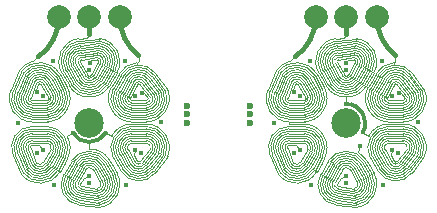
<source format=gtl>
G04*
G04 #@! TF.GenerationSoftware,Altium Limited,Altium Designer,19.1.5 (86)*
G04*
G04 Layer_Physical_Order=1*
G04 Layer_Color=255*
%FSAX44Y44*%
%MOMM*%
G71*
G01*
G75*
%ADD10C,0.3000*%
%ADD15C,0.4000*%
%ADD16C,0.1000*%
%ADD17C,2.5000*%
%ADD18C,2.0000*%
%ADD19C,0.6000*%
%ADD20C,0.4000*%
D10*
X-00512191Y-00707381D02*
G03*
X-00526803Y-00683088I-00014031J00008101D01*
G01*
X-00757861Y-00707206D02*
G03*
X-00729699Y-00707381I00014131J00007926D01*
G01*
D15*
X-00500436Y-00609194D02*
G03*
X-00484439Y-00642183I00042013J00000000D01*
G01*
X-00569361Y-00643356D02*
G03*
X-00551922Y-00609280I-00024574J00034076D01*
G01*
X-00718030D02*
G03*
X-00702033Y-00642269I00042013J00000000D01*
G01*
X-00786869Y-00643356D02*
G03*
X-00769430Y-00609280I-00024574J00034076D01*
G01*
X-00526222Y-00624223D02*
Y-00609280D01*
X-00743730Y-00624223D02*
Y-00609280D01*
D16*
X-00490973Y-00700280D02*
G03*
X-00507169Y-00710280I00000378J-00018728D01*
G01*
X-00545275D02*
G03*
X-00561471Y-00700280I-00016574J-00008728D01*
G01*
X-00507731Y-00669253D02*
G03*
X-00507169Y-00688280I00016408J-00009037D01*
G01*
D02*
G03*
X-00490973Y-00698280I00016574J00008728D01*
G01*
X-00592504Y-00671168D02*
G03*
X-00574612Y-00698280I00017892J-00007652D01*
G01*
X-00498509Y-00683280D02*
G03*
X-00498919Y-00682591I-00027713J-00016000D01*
G01*
X-00496777Y-00682280D02*
G03*
X-00497193Y-00681579I-00029445J-00017000D01*
G01*
X-00495045Y-00681280D02*
G03*
X-00495465Y-00680572I-00031177J-00018000D01*
G01*
X-00493313Y-00680280D02*
G03*
X-00493730Y-00679575I-00032909J-00019000D01*
G01*
X-00491954Y-00677926D02*
G03*
X-00491906Y-00678727I00000631J-00000364D01*
G01*
X-00493686Y-00676926D02*
G03*
X-00493586Y-00679815I00002363J-00001364D01*
G01*
X-00507169Y-00688280D02*
G03*
X-00507575Y-00687606I-00019053J-00011000D01*
G01*
X-00495418Y-00675926D02*
G03*
X-00495280Y-00680879I00004095J-00002364D01*
G01*
X-00497150Y-00674926D02*
G03*
X-00496979Y-00681935I00005827J-00003364D01*
G01*
X-00498882Y-00673926D02*
G03*
X-00498682Y-00682984I00007559J-00004364D01*
G01*
X-00500614Y-00672926D02*
G03*
X-00500387Y-00684029I00009291J-00005364D01*
G01*
X-00502605Y-00672374D02*
G03*
X-00501973Y-00685280I00011281J-00005917D01*
G01*
X-00504316Y-00671338D02*
G03*
X-00503705Y-00686280I00012993J-00006953D01*
G01*
X-00506025Y-00670298D02*
G03*
X-00505437Y-00687280I00014702J-00007993D01*
G01*
X-00503705Y-00686280D02*
G03*
X-00504185Y-00685483I-00022517J-00013000D01*
G01*
X-00500241Y-00684280D02*
G03*
X-00500642Y-00683607I-00025981J-00015000D01*
G01*
X-00483161Y-00666701D02*
G03*
X-00485573Y-00666873I-00001148J-00000903D01*
G01*
X-00481468Y-00665627D02*
G03*
X-00487305Y-00665873I-00002840J-00001976D01*
G01*
X-00479697Y-00664648D02*
G03*
X-00489254Y-00665249I-00004611J-00002956D01*
G01*
X-00478083Y-00663492D02*
G03*
X-00490769Y-00663873I-00006225J-00004111D01*
G01*
X-00476411Y-00662394D02*
G03*
X-00492467Y-00662814I-00007897J-00005209D01*
G01*
X-00474739Y-00661297D02*
G03*
X-00494233Y-00661873I-00009569J-00006306D01*
G01*
X-00473242Y-00659940D02*
G03*
X-00495965Y-00660873I-00011066J-00007663D01*
G01*
X-00471788Y-00658533D02*
G03*
X-00497697Y-00659873I-00012520J-00009070D01*
G01*
X-00470321Y-00657152D02*
G03*
X-00499429Y-00658873I-00013987J-00010451D01*
G01*
X-00486004Y-00648217D02*
G03*
X-00501161Y-00657873I00001696J-00019386D01*
G01*
X-00477832Y-00686280D02*
G03*
X-00471159Y-00675485I00000000J00007460D01*
G01*
X-00477832Y-00692280D02*
G03*
X-00465663Y-00673068I00000000J00013460D01*
G01*
X-00477832Y-00698280D02*
G03*
X-00459940Y-00671168I00000000J00019460D01*
G01*
X-00478266Y-00684280D02*
G03*
X-00472967Y-00676304I00000434J00005460D01*
G01*
X-00492911Y-00680994D02*
G03*
X-00493313Y-00680280I-00033311J-00018286D01*
G01*
X-00501488Y-00686156D02*
G03*
X-00501973Y-00685280I-00024734J-00013124D01*
G01*
X-00494815Y-00681684D02*
G03*
X-00490595Y-00684280I00004220J00002132D01*
G01*
X-00501488Y-00686156D02*
G03*
X-00491112Y-00692280I00010893J00006604D01*
G01*
X-00498339Y-00683578D02*
G03*
X-00490595Y-00688280I00007744J00004026D01*
G01*
X-00500097Y-00684532D02*
G03*
X-00490595Y-00690280I00009502J00004980D01*
G01*
X-00505437Y-00687280D02*
G03*
X-00491024Y-00696280I00014842J00007728D01*
G01*
X-00494642Y-00681997D02*
G03*
X-00495045Y-00681280I-00031580J-00017283D01*
G01*
X-00503255Y-00687094D02*
G03*
X-00503705Y-00686280I-00022967J-00012186D01*
G01*
X-00499859Y-00684963D02*
G03*
X-00500241Y-00684280I-00026363J-00014317D01*
G01*
X-00503255Y-00687094D02*
G03*
X-00491070Y-00694280I00012660J00007542D01*
G01*
X-00496579Y-00682628D02*
G03*
X-00490595Y-00686280I00005984J00003076D01*
G01*
X-00498117Y-00683979D02*
G03*
X-00498509Y-00683280I-00028105J-00015301D01*
G01*
X-00477832Y-00682280D02*
G03*
X-00474701Y-00677349I00000000J00003460D01*
G01*
X-00477832Y-00694280D02*
G03*
X-00463717Y-00672512I00000000J00015460D01*
G01*
X-00493046Y-00680749D02*
G03*
X-00490595Y-00682280I00002451J00001198D01*
G01*
X-00477832Y-00690280D02*
G03*
X-00467586Y-00673686I00000000J00011460D01*
G01*
X-00496378Y-00682991D02*
G03*
X-00496777Y-00682280I-00029844J-00016289D01*
G01*
X-00477832Y-00696280D02*
G03*
X-00461788Y-00671932I00000000J00017460D01*
G01*
X-00477764Y-00688280D02*
G03*
X-00469372Y-00674586I-00000068J00009460D01*
G01*
X-00491265Y-00679838D02*
G03*
X-00490595Y-00680280I00000670J00000286D01*
G01*
X-00477832Y-00680280D02*
G03*
X-00476477Y-00678277I00000000J00001460D01*
G01*
X-00558858Y-00679815D02*
G03*
X-00558758Y-00676926I-00002263J00001524D01*
G01*
X-00555465Y-00681935D02*
G03*
X-00555294Y-00674926I-00005656J00003644D01*
G01*
X-00558714Y-00679575D02*
G03*
X-00559131Y-00680280I00032492J-00019705D01*
G01*
X-00579477Y-00676304D02*
G03*
X-00574178Y-00684280I00004865J-00002516D01*
G01*
X-00577743Y-00677349D02*
G03*
X-00574612Y-00682280I00003132J-00001471D01*
G01*
X-00561332Y-00692280D02*
G03*
X-00550471Y-00685280I-00000517J00012728D01*
G01*
X-00557399Y-00681280D02*
G03*
X-00557802Y-00681997I00031177J-00018000D01*
G01*
X-00558211Y-00661873D02*
G03*
X-00577705Y-00661297I-00009925J-00005730D01*
G01*
X-00575967Y-00678277D02*
G03*
X-00574612Y-00680280I00001355J-00000543D01*
G01*
X-00552203Y-00684280D02*
G03*
X-00552585Y-00684963I00025981J-00015000D01*
G01*
X-00548259Y-00685483D02*
G03*
X-00548739Y-00686280I00022037J-00013797D01*
G01*
X-00559131Y-00680280D02*
G03*
X-00559533Y-00680994I00032909J-00019000D01*
G01*
X-00561374Y-00694280D02*
G03*
X-00548739Y-00686280I-00000475J00014728D01*
G01*
X-00551283Y-00657873D02*
G03*
X-00583709Y-00655934I-00016853J-00009730D01*
G01*
X-00581285Y-00675485D02*
G03*
X-00574612Y-00686280I00006673J-00003335D01*
G01*
X-00561849Y-00680280D02*
G03*
X-00561179Y-00679838I00000000J00000728D01*
G01*
X-00583072Y-00674586D02*
G03*
X-00574680Y-00688280I00008460J-00004234D01*
G01*
X-00584858Y-00673686D02*
G03*
X-00574612Y-00690280I00010246J-00005134D01*
G01*
X-00549955Y-00684422D02*
G03*
X-00549839Y-00672374I-00011166J00006132D01*
G01*
X-00560538Y-00678727D02*
G03*
X-00560490Y-00677926I-00000583J00000437D01*
G01*
X-00547007Y-00687280D02*
G03*
X-00546419Y-00670298I-00014114J00008990D01*
G01*
X-00559977Y-00662814D02*
G03*
X-00576033Y-00662394I-00008159J-00004789D01*
G01*
X-00555667Y-00682280D02*
G03*
X-00556066Y-00682991I00029445J-00017000D01*
G01*
X-00553015Y-00658873D02*
G03*
X-00582123Y-00657152I-00015121J-00008730D01*
G01*
X-00556479Y-00660873D02*
G03*
X-00579202Y-00659940I-00011657J-00006730D01*
G01*
X-00563190Y-00665249D02*
G03*
X-00572747Y-00664648I-00004945J-00002354D01*
G01*
X-00548739Y-00686280D02*
G03*
X-00549189Y-00687094I00022517J-00013000D01*
G01*
X-00553525Y-00682591D02*
G03*
X-00553935Y-00683280I00027303J-00016689D01*
G01*
X-00565139Y-00665873D02*
G03*
X-00570976Y-00665627I-00002996J-00001730D01*
G01*
X-00551802Y-00683607D02*
G03*
X-00552203Y-00684280I00025580J-00015673D01*
G01*
X-00561675Y-00663873D02*
G03*
X-00574361Y-00663492I-00006461J-00003730D01*
G01*
X-00566871Y-00666873D02*
G03*
X-00569283Y-00666701I-00001264J-00000730D01*
G01*
X-00549955Y-00684422D02*
G03*
X-00550471Y-00685280I00023733J-00014858D01*
G01*
X-00554747Y-00659873D02*
G03*
X-00580656Y-00658533I-00013389J-00007730D01*
G01*
X-00553935Y-00683280D02*
G03*
X-00554327Y-00683979I00027713J-00016000D01*
G01*
X-00545275Y-00688280D02*
G03*
X-00545656Y-00688968I00019053J-00011000D01*
G01*
X-00555251Y-00681579D02*
G03*
X-00555667Y-00682280I00029029J-00017701D01*
G01*
X-00553762Y-00682984D02*
G03*
X-00553562Y-00673926I-00007359J00004694D01*
G01*
X-00545275Y-00688280D02*
G03*
X-00544713Y-00669253I-00015846J00009990D01*
G01*
X-00588727Y-00672512D02*
G03*
X-00574612Y-00694280I00014115J-00006308D01*
G01*
X-00548259Y-00685483D02*
G03*
X-00548128Y-00671338I-00012861J00007193D01*
G01*
X-00557164Y-00680879D02*
G03*
X-00557026Y-00675926I-00003957J00002589D01*
G01*
X-00590656Y-00671932D02*
G03*
X-00574612Y-00696280I00016044J-00006888D01*
G01*
X-00552057Y-00684029D02*
G03*
X-00551830Y-00672926I-00009064J00005739D01*
G01*
X-00586781Y-00673068D02*
G03*
X-00574612Y-00692280I00012169J-00005752D01*
G01*
X-00561471Y-00698280D02*
G03*
X-00545275Y-00688280I-00000378J00018728D01*
G01*
X-00561849Y-00690280D02*
G03*
X-00552347Y-00684532I00000000J00010728D01*
G01*
X-00561849Y-00682280D02*
G03*
X-00559398Y-00680749I00000000J00002728D01*
G01*
X-00561849Y-00688280D02*
G03*
X-00554105Y-00683578I00000000J00008728D01*
G01*
X-00561849Y-00684280D02*
G03*
X-00557629Y-00681684I00000000J00004728D01*
G01*
X-00556979Y-00680572D02*
G03*
X-00557399Y-00681280I00030757J-00018708D01*
G01*
X-00561849Y-00686280D02*
G03*
X-00555865Y-00682628I00000000J00006728D01*
G01*
X-00561420Y-00696280D02*
G03*
X-00547007Y-00687280I-00000429J00016728D01*
G01*
X-00515722Y-00699280D02*
G03*
X-00515722Y-00699280I-00010500J00000000D01*
G01*
X-00535017Y-00627822D02*
G03*
X-00549551Y-00656873I00002319J-00019321D01*
G01*
X-00502893D02*
G03*
X-00517427Y-00627822I-00016853J00009730D01*
G01*
X-00504625Y-00655873D02*
G03*
X-00517689Y-00629805I-00015121J00008730D01*
G01*
X-00506357Y-00654873D02*
G03*
X-00518151Y-00631766I-00013389J00007730D01*
G01*
X-00525221Y-00671298D02*
G03*
X-00514729Y-00665374I-00000273J00012736D01*
G01*
X-00526222Y-00675280D02*
G03*
X-00511221Y-00667298I00000728J00016718D01*
G01*
X-00526222Y-00677280D02*
G03*
X-00509464Y-00668253I00000728J00018718D01*
G01*
X-00525292Y-00673297D02*
G03*
X-00512976Y-00666338I-00000202J00014734D01*
G01*
X-00534293Y-00631766D02*
G03*
X-00546087Y-00654873I00001595J-00015378D01*
G01*
X-00534755Y-00629805D02*
G03*
X-00547819Y-00655873I00002057J-00017338D01*
G01*
X-00533802Y-00633728D02*
G03*
X-00544355Y-00653873I00001104J-00013415D01*
G01*
X-00525682Y-00661284D02*
G03*
X-00523131Y-00659926I00000189J00002722D01*
G01*
X-00525822Y-00665282D02*
G03*
X-00519667Y-00661926I00000328J00006720D01*
G01*
X-00525403Y-00661289D02*
G03*
X-00526222Y-00661280I-00000819J-00037991D01*
G01*
X-00525292Y-00673297D02*
G03*
X-00526222Y-00673280I-00000930J-00025983D01*
G01*
X-00525581Y-00659285D02*
G03*
X-00524863Y-00658926I00000087J00000723D01*
G01*
X-00525420Y-00667290D02*
G03*
X-00526222Y-00667280I-00000802J-00031990D01*
G01*
X-00525439Y-00669290D02*
G03*
X-00526222Y-00669280I-00000783J-00029990D01*
G01*
X-00525221Y-00671298D02*
G03*
X-00526222Y-00671280I-00001001J-00027982D01*
G01*
X-00525406Y-00665290D02*
G03*
X-00526222Y-00665280I-00000816J-00033990D01*
G01*
X-00525879Y-00667282D02*
G03*
X-00517935Y-00662926I00000386J00008720D01*
G01*
X-00525757Y-00663283D02*
G03*
X-00521399Y-00660926I00000264J00004721D01*
G01*
X-00525932Y-00669281D02*
G03*
X-00516203Y-00663926I00000438J00010719D01*
G01*
X-00525399Y-00663289D02*
G03*
X-00526222Y-00663280I-00000823J-00035991D01*
G01*
X-00509821Y-00652873D02*
G03*
X-00519069Y-00635703I-00009925J00005730D01*
G01*
X-00511519Y-00651814D02*
G03*
X-00519183Y-00637700I-00008227J00004671D01*
G01*
X-00508089Y-00653873D02*
G03*
X-00518642Y-00633728I-00011657J00006730D01*
G01*
X-00533261Y-00637700D02*
G03*
X-00540925Y-00651814I00000563J-00009444D01*
G01*
X-00533375Y-00635703D02*
G03*
X-00542623Y-00652873I00000677J-00011440D01*
G01*
X-00515234Y-00650249D02*
G03*
X-00519492Y-00641672I-00004512J00003106D01*
G01*
X-00516749Y-00648873D02*
G03*
X-00519454Y-00643695I-00002996J00001730D01*
G01*
X-00513285Y-00650873D02*
G03*
X-00519298Y-00639697I-00006461J00003730D01*
G01*
X-00518481Y-00647873D02*
G03*
X-00519538Y-00645698I-00001264J00000730D01*
G01*
X-00532952Y-00641672D02*
G03*
X-00537210Y-00650249I00000254J-00005471D01*
G01*
X-00532990Y-00643695D02*
G03*
X-00535695Y-00648873I00000292J-00003448D01*
G01*
X-00532906Y-00645698D02*
G03*
X-00533963Y-00647873I00000208J-00001445D01*
G01*
X-00533146Y-00639697D02*
G03*
X-00539159Y-00650873I00000448J-00007447D01*
G01*
X-00537715Y-00665374D02*
G03*
X-00526222Y-00671280I00010765J00006812D01*
G01*
Y-00663280D02*
G03*
X-00527045Y-00663289I00000000J-00036000D01*
G01*
X-00526222Y-00669280D02*
G03*
X-00527005Y-00669290I00000000J-00030000D01*
G01*
X-00526222Y-00661280D02*
G03*
X-00527041Y-00661289I00000000J-00038000D01*
G01*
X-00539468Y-00666338D02*
G03*
X-00526222Y-00673280I00012518J00007775D01*
G01*
X-00527581Y-00658926D02*
G03*
X-00526863Y-00659285I00000631J00000364D01*
G01*
X-00526222Y-00665280D02*
G03*
X-00527038Y-00665290I00000000J-00034000D01*
G01*
X-00526222Y-00673280D02*
G03*
X-00527152Y-00673297I00000000J-00026000D01*
G01*
X-00526222Y-00667280D02*
G03*
X-00527024Y-00667290I00000000J-00032000D01*
G01*
X-00526222Y-00677280D02*
G03*
X-00527009Y-00677294I00000000J-00022000D01*
G01*
X-00542980Y-00668253D02*
G03*
X-00526222Y-00677280I00016030J00009691D01*
G01*
X-00536241Y-00663926D02*
G03*
X-00526512Y-00669281I00009291J00005364D01*
G01*
X-00529313Y-00659926D02*
G03*
X-00526762Y-00661284I00002363J00001364D01*
G01*
X-00534509Y-00662926D02*
G03*
X-00526565Y-00667282I00007559J00004364D01*
G01*
X-00531045Y-00660926D02*
G03*
X-00526687Y-00663283I00004095J00002364D01*
G01*
X-00532777Y-00661926D02*
G03*
X-00526622Y-00665282I00005827J00003364D01*
G01*
X-00541223Y-00667298D02*
G03*
X-00526222Y-00675280I00014273J00008736D01*
G01*
X-00573592Y-00646848D02*
G03*
X-00585666Y-00655225I00005456J-00020755D01*
G01*
X-00574612Y-00706280D02*
G03*
X-00586781Y-00725492I00000000J-00013460D01*
G01*
X-00574612Y-00702280D02*
G03*
X-00590656Y-00726628I00000000J-00017460D01*
G01*
X-00574612Y-00704280D02*
G03*
X-00588727Y-00726048I00000000J-00015460D01*
G01*
X-00552347Y-00714028D02*
G03*
X-00561849Y-00708280I-00009502J-00004980D01*
G01*
X-00574612D02*
G03*
X-00584858Y-00724874I00000000J-00011460D01*
G01*
X-00550471Y-00713280D02*
G03*
X-00561332Y-00706280I-00011378J-00005728D01*
G01*
X-00547007Y-00711280D02*
G03*
X-00561420Y-00702280I-00014842J-00007728D01*
G01*
X-00548739Y-00712280D02*
G03*
X-00561374Y-00704280I-00013110J-00006728D01*
G01*
X-00582123Y-00741408D02*
G03*
X-00553015Y-00739687I00013987J00010451D01*
G01*
X-00583709Y-00742626D02*
G03*
X-00551283Y-00740687I00015573J00011669D01*
G01*
X-00555865Y-00715932D02*
G03*
X-00561849Y-00712280I-00005984J-00003076D01*
G01*
X-00554105Y-00714982D02*
G03*
X-00561849Y-00710280I-00007744J-00004026D01*
G01*
X-00557399Y-00717280D02*
G03*
X-00556979Y-00717988I00031177J00018000D01*
G01*
X-00557026Y-00722634D02*
G03*
X-00557164Y-00717681I-00004095J00002364D01*
G01*
X-00574680Y-00710280D02*
G03*
X-00583072Y-00723974I00000068J-00009460D01*
G01*
X-00574612Y-00712280D02*
G03*
X-00581285Y-00723075I00000000J-00007460D01*
G01*
X-00574612Y-00716280D02*
G03*
X-00577743Y-00721211I00000000J-00003460D01*
G01*
X-00574178Y-00714280D02*
G03*
X-00579477Y-00722256I-00000434J-00005460D01*
G01*
X-00579202Y-00738620D02*
G03*
X-00556479Y-00737687I00011066J00007663D01*
G01*
X-00580656Y-00740027D02*
G03*
X-00554747Y-00738687I00012520J00009070D01*
G01*
X-00577705Y-00737263D02*
G03*
X-00558211Y-00736687I00009569J00006306D01*
G01*
X-00544713Y-00729307D02*
G03*
X-00545275Y-00710280I-00016408J00009037D01*
G01*
X-00546419Y-00728262D02*
G03*
X-00547007Y-00711280I-00014702J00007993D01*
G01*
X-00554327Y-00714581D02*
G03*
X-00553935Y-00715280I00028105J00015301D01*
G01*
X-00556066Y-00715569D02*
G03*
X-00555667Y-00716280I00029844J00016289D01*
G01*
X-00552585Y-00713597D02*
G03*
X-00552203Y-00714280I00026363J00014317D01*
G01*
X-00551830Y-00725634D02*
G03*
X-00552057Y-00714531I-00009291J00005364D01*
G01*
X-00553562Y-00724634D02*
G03*
X-00553762Y-00715576I-00007559J00004364D01*
G01*
X-00555667Y-00716280D02*
G03*
X-00555251Y-00716982I00029445J00017000D01*
G01*
X-00550471Y-00713280D02*
G03*
X-00549955Y-00714138I00024249J00014000D01*
G01*
X-00552203Y-00714280D02*
G03*
X-00551802Y-00714953I00025981J00015000D01*
G01*
X-00553935Y-00715280D02*
G03*
X-00553525Y-00715969I00027713J00016000D01*
G01*
X-00555294Y-00723634D02*
G03*
X-00555465Y-00716626I-00005827J00003364D01*
G01*
X-00549189Y-00711467D02*
G03*
X-00548739Y-00712280I00022967J00012186D01*
G01*
D02*
G03*
X-00548259Y-00713077I00022517J00013000D01*
G01*
X-00549839Y-00726186D02*
G03*
X-00549955Y-00714138I-00011281J00005917D01*
G01*
X-00548128Y-00727223D02*
G03*
X-00548259Y-00713077I-00012993J00006953D01*
G01*
X-00557629Y-00716876D02*
G03*
X-00561849Y-00714280I-00004220J-00002132D01*
G01*
X-00559398Y-00717811D02*
G03*
X-00561849Y-00716280I-00002451J-00001198D01*
G01*
X-00559533Y-00717566D02*
G03*
X-00559131Y-00718280I00033311J00018286D01*
G01*
X-00557802Y-00716563D02*
G03*
X-00557399Y-00717280I00031580J00017283D01*
G01*
X-00559131Y-00718280D02*
G03*
X-00558714Y-00718985I00032909J00019000D01*
G01*
X-00574612Y-00718280D02*
G03*
X-00575967Y-00720283I00000000J-00001460D01*
G01*
X-00576033Y-00736166D02*
G03*
X-00559977Y-00735746I00007897J00005209D01*
G01*
X-00574361Y-00735068D02*
G03*
X-00561675Y-00734687I00006225J00004111D01*
G01*
X-00570976Y-00732933D02*
G03*
X-00565139Y-00732687I00002840J00001976D01*
G01*
X-00572747Y-00733913D02*
G03*
X-00563190Y-00733311I00004611J00002956D01*
G01*
X-00492467Y-00735746D02*
G03*
X-00476411Y-00736166I00008159J00004789D01*
G01*
X-00501973Y-00713280D02*
G03*
X-00502605Y-00726186I00010650J-00006990D01*
G01*
X-00495965Y-00737687D02*
G03*
X-00473242Y-00738620I00011657J00006730D01*
G01*
X-00494233Y-00736687D02*
G03*
X-00474739Y-00737263I00009925J00005730D01*
G01*
X-00497697Y-00738687D02*
G03*
X-00471788Y-00740027I00013389J00007730D01*
G01*
X-00499429Y-00739687D02*
G03*
X-00470321Y-00741408I00015121J00008730D01*
G01*
X-00459940Y-00727392D02*
G03*
X-00477832Y-00700280I-00017892J00007652D01*
G01*
X-00461788Y-00726628D02*
G03*
X-00477832Y-00702280I-00016044J00006888D01*
G01*
X-00463717Y-00726048D02*
G03*
X-00477832Y-00704280I-00014115J00006308D01*
G01*
X-00503705Y-00712280D02*
G03*
X-00503255Y-00711467I-00022517J00013000D01*
G01*
X-00491070Y-00704280D02*
G03*
X-00503255Y-00711467I00000475J-00014728D01*
G01*
X-00491024Y-00702280D02*
G03*
X-00505437Y-00711280I00000429J-00016728D01*
G01*
X-00489254Y-00733311D02*
G03*
X-00479697Y-00733913I00004945J00002354D01*
G01*
X-00487305Y-00732687D02*
G03*
X-00481468Y-00732933I00002996J00001730D01*
G01*
X-00490769Y-00734687D02*
G03*
X-00478083Y-00735068I00006461J00003730D01*
G01*
X-00474701Y-00721211D02*
G03*
X-00477832Y-00716280I-00003132J00001471D01*
G01*
X-00472967Y-00722256D02*
G03*
X-00478266Y-00714280I-00004865J00002516D01*
G01*
X-00471159Y-00723075D02*
G03*
X-00477832Y-00712280I-00006673J00003335D01*
G01*
X-00467586Y-00724874D02*
G03*
X-00477832Y-00708280I-00010246J00005134D01*
G01*
X-00469372Y-00723974D02*
G03*
X-00477764Y-00710280I-00008460J00004234D01*
G01*
X-00465663Y-00725492D02*
G03*
X-00477832Y-00706280I-00012169J00005752D01*
G01*
X-00493586Y-00718746D02*
G03*
X-00493686Y-00721634I00002263J-00001524D01*
G01*
X-00500387Y-00714531D02*
G03*
X-00500614Y-00725634I00009064J-00005739D01*
G01*
X-00498682Y-00715576D02*
G03*
X-00498882Y-00724634I00007359J-00004694D01*
G01*
X-00496979Y-00716626D02*
G03*
X-00497150Y-00723634I00005656J-00003644D01*
G01*
X-00495280Y-00717681D02*
G03*
X-00495418Y-00722634I00003957J-00002589D01*
G01*
X-00503705Y-00712280D02*
G03*
X-00504316Y-00727223I00012382J-00007990D01*
G01*
X-00505437Y-00711280D02*
G03*
X-00506025Y-00728262I00014114J-00008990D01*
G01*
X-00490595Y-00716280D02*
G03*
X-00493046Y-00717811I00000000J-00002728D01*
G01*
X-00493313Y-00718280D02*
G03*
X-00492911Y-00717566I-00032909J00019000D01*
G01*
X-00490595Y-00714280D02*
G03*
X-00494815Y-00716876I00000000J-00004728D01*
G01*
X-00495045Y-00717280D02*
G03*
X-00494642Y-00716563I-00031177J00018000D01*
G01*
X-00495465Y-00717988D02*
G03*
X-00495045Y-00717280I-00030757J00018708D01*
G01*
X-00493730Y-00718985D02*
G03*
X-00493313Y-00718280I-00032492J00019705D01*
G01*
X-00498509Y-00715280D02*
G03*
X-00498117Y-00714581I-00027713J00016000D01*
G01*
X-00500241Y-00714280D02*
G03*
X-00499859Y-00713597I-00025981J00015000D01*
G01*
X-00501973Y-00713280D02*
G03*
X-00501488Y-00712404I-00024249J00014000D01*
G01*
X-00500642Y-00714953D02*
G03*
X-00500241Y-00714280I-00025580J00015673D01*
G01*
X-00497193Y-00716982D02*
G03*
X-00496777Y-00716280I-00029029J00017701D01*
G01*
X-00498919Y-00715969D02*
G03*
X-00498509Y-00715280I-00027303J00016689D01*
G01*
X-00491112Y-00706280D02*
G03*
X-00501488Y-00712404I00000517J-00012728D01*
G01*
X-00490595Y-00712280D02*
G03*
X-00496579Y-00715932I00000000J-00006728D01*
G01*
X-00496777Y-00716280D02*
G03*
X-00496378Y-00715569I-00029445J00017000D01*
G01*
X-00490595Y-00710280D02*
G03*
X-00498339Y-00714982I00000000J-00008728D01*
G01*
X-00490595Y-00708280D02*
G03*
X-00500097Y-00714028I00000000J-00010728D01*
G01*
X-00485573Y-00731687D02*
G03*
X-00483161Y-00731859I00001264J00000730D01*
G01*
X-00504185Y-00713077D02*
G03*
X-00503705Y-00712280I-00022037J00013797D01*
G01*
X-00526222Y-00723280D02*
G03*
X-00541223Y-00731262I-00000728J-00016718D01*
G01*
X-00526222Y-00725280D02*
G03*
X-00539468Y-00732223I-00000728J-00014718D01*
G01*
X-00526222Y-00727280D02*
G03*
X-00537715Y-00733186I-00000728J-00012718D01*
G01*
X-00518642Y-00764832D02*
G03*
X-00508089Y-00744687I-00001104J00013415D01*
G01*
X-00518151Y-00766794D02*
G03*
X-00506357Y-00743687I-00001595J00015378D01*
G01*
X-00517689Y-00768755D02*
G03*
X-00504625Y-00742687I-00002057J00017338D01*
G01*
X-00517427Y-00770738D02*
G03*
X-00502893Y-00741687I-00002319J00019321D01*
G01*
X-00519183Y-00760860D02*
G03*
X-00511519Y-00746746I-00000563J00009444D01*
G01*
X-00519069Y-00762857D02*
G03*
X-00509821Y-00745687I-00000677J00011440D01*
G01*
X-00519298Y-00758864D02*
G03*
X-00513285Y-00747687I-00000448J00007447D01*
G01*
X-00547819Y-00742687D02*
G03*
X-00534755Y-00768755I00015121J-00008730D01*
G01*
X-00546087Y-00743687D02*
G03*
X-00534293Y-00766794I00013389J-00007730D01*
G01*
X-00542623Y-00745687D02*
G03*
X-00533375Y-00762857I00009925J-00005730D01*
G01*
X-00540925Y-00746746D02*
G03*
X-00533261Y-00760860I00008227J-00004671D01*
G01*
X-00544355Y-00744687D02*
G03*
X-00533802Y-00764832I00011657J-00006730D01*
G01*
X-00539159Y-00747687D02*
G03*
X-00533146Y-00758864I00006461J-00003730D01*
G01*
X-00519492Y-00756888D02*
G03*
X-00515234Y-00748311I-00000254J00005471D01*
G01*
X-00512976Y-00732223D02*
G03*
X-00525292Y-00725263I-00012518J-00007775D01*
G01*
X-00509464Y-00730307D02*
G03*
X-00516128Y-00723775I-00016030J-00009691D01*
G01*
X-00511221Y-00731262D02*
G03*
X-00526222Y-00723280I-00014273J-00008736D01*
G01*
X-00514729Y-00733186D02*
G03*
X-00525221Y-00727262I-00010765J-00006812D01*
G01*
X-00537210Y-00748311D02*
G03*
X-00532952Y-00756888I00004512J-00003106D01*
G01*
X-00516203Y-00734634D02*
G03*
X-00525932Y-00729279I-00009291J-00005364D01*
G01*
X-00519454Y-00754865D02*
G03*
X-00516749Y-00749687I-00000292J00003448D01*
G01*
X-00526222Y-00727280D02*
G03*
X-00525221Y-00727262I00000000J00028000D01*
G01*
X-00527152Y-00725263D02*
G03*
X-00526222Y-00725280I00000930J00025983D01*
G01*
D02*
G03*
X-00525292Y-00725263I00000000J00026000D01*
G01*
X-00526622Y-00733278D02*
G03*
X-00532777Y-00736634I-00000328J-00006720D01*
G01*
X-00526687Y-00735277D02*
G03*
X-00531045Y-00737634I-00000264J-00004721D01*
G01*
X-00526565Y-00731278D02*
G03*
X-00534509Y-00735634I-00000386J-00008720D01*
G01*
X-00526762Y-00737276D02*
G03*
X-00529313Y-00738634I-00000189J-00002722D01*
G01*
X-00526512Y-00729279D02*
G03*
X-00536241Y-00734634I-00000438J-00010719D01*
G01*
X-00527024Y-00731270D02*
G03*
X-00526222Y-00731280I00000802J00031990D01*
G01*
X-00527038Y-00733270D02*
G03*
X-00526222Y-00733280I00000816J00033990D01*
G01*
X-00527041Y-00737271D02*
G03*
X-00526222Y-00737280I00000819J00037991D01*
G01*
X-00527005Y-00729270D02*
G03*
X-00526222Y-00729280I00000783J00029990D01*
G01*
X-00527045Y-00735271D02*
G03*
X-00526222Y-00735280I00000823J00035991D01*
G01*
D02*
G03*
X-00525399Y-00735271I00000000J00036000D01*
G01*
X-00521399Y-00737634D02*
G03*
X-00525757Y-00735277I-00004095J-00002364D01*
G01*
X-00517935Y-00735634D02*
G03*
X-00525879Y-00731278I-00007559J-00004364D01*
G01*
X-00526222Y-00733280D02*
G03*
X-00525406Y-00733270I00000000J00034000D01*
G01*
X-00526222Y-00729280D02*
G03*
X-00525439Y-00729270I00000000J00030000D01*
G01*
X-00526222Y-00731280D02*
G03*
X-00525420Y-00731270I00000000J00032000D01*
G01*
X-00526222Y-00737280D02*
G03*
X-00525403Y-00737271I00000000J00038000D01*
G01*
X-00519667Y-00736634D02*
G03*
X-00525822Y-00733278I-00005827J-00003364D01*
G01*
X-00523131Y-00738634D02*
G03*
X-00525682Y-00737276I-00002363J-00001364D01*
G01*
X-00533963Y-00750687D02*
G03*
X-00532906Y-00752862I00001264J-00000730D01*
G01*
X-00535695Y-00749687D02*
G03*
X-00532990Y-00754865I00002996J-00001730D01*
G01*
X-00558758Y-00721634D02*
G03*
X-00558858Y-00718746I-00002363J00001364D01*
G01*
X-00776266Y-00721634D02*
G03*
X-00776366Y-00718746I-00002363J00001364D01*
G01*
X-00753203Y-00749687D02*
G03*
X-00750498Y-00754865I00002996J-00001730D01*
G01*
X-00751470Y-00750687D02*
G03*
X-00750414Y-00752862I00001264J-00000730D01*
G01*
X-00740639Y-00738634D02*
G03*
X-00743190Y-00737276I-00002363J-00001364D01*
G01*
X-00737175Y-00736634D02*
G03*
X-00743330Y-00733278I-00005827J-00003364D01*
G01*
X-00743730Y-00737280D02*
G03*
X-00742911Y-00737271I00000000J00038000D01*
G01*
X-00743730Y-00731280D02*
G03*
X-00742928Y-00731270I00000000J00032000D01*
G01*
X-00743730Y-00729280D02*
G03*
X-00742947Y-00729270I00000000J00030000D01*
G01*
X-00743730Y-00733280D02*
G03*
X-00742914Y-00733270I00000000J00034000D01*
G01*
X-00735443Y-00735634D02*
G03*
X-00743387Y-00731278I-00007559J-00004364D01*
G01*
X-00738907Y-00737634D02*
G03*
X-00743265Y-00735277I-00004095J-00002364D01*
G01*
X-00743730Y-00735280D02*
G03*
X-00742907Y-00735271I00000000J00036000D01*
G01*
X-00744553D02*
G03*
X-00743730Y-00735280I00000823J00035991D01*
G01*
X-00744513Y-00729270D02*
G03*
X-00743730Y-00729280I00000783J00029990D01*
G01*
X-00744549Y-00737271D02*
G03*
X-00743730Y-00737280I00000819J00037991D01*
G01*
X-00744546Y-00733270D02*
G03*
X-00743730Y-00733280I00000816J00033990D01*
G01*
X-00744532Y-00731270D02*
G03*
X-00743730Y-00731280I00000802J00031990D01*
G01*
X-00744020Y-00729279D02*
G03*
X-00753749Y-00734634I-00000438J-00010719D01*
G01*
X-00744270Y-00737276D02*
G03*
X-00746821Y-00738634I-00000189J-00002722D01*
G01*
X-00744073Y-00731278D02*
G03*
X-00752017Y-00735634I-00000386J-00008720D01*
G01*
X-00744195Y-00735277D02*
G03*
X-00748553Y-00737634I-00000264J-00004721D01*
G01*
X-00744130Y-00733278D02*
G03*
X-00750285Y-00736634I-00000328J-00006720D01*
G01*
X-00743730Y-00725280D02*
G03*
X-00742800Y-00725263I00000000J00026000D01*
G01*
X-00744660D02*
G03*
X-00743730Y-00725280I00000930J00025983D01*
G01*
Y-00727280D02*
G03*
X-00742729Y-00727262I00000000J00028000D01*
G01*
X-00736962Y-00754865D02*
G03*
X-00734258Y-00749687I-00000292J00003448D01*
G01*
X-00733711Y-00734634D02*
G03*
X-00743440Y-00729279I-00009291J-00005364D01*
G01*
X-00754718Y-00748311D02*
G03*
X-00750460Y-00756888I00004512J-00003106D01*
G01*
X-00732237Y-00733186D02*
G03*
X-00742729Y-00727262I-00010765J-00006812D01*
G01*
X-00728729Y-00731262D02*
G03*
X-00743730Y-00723280I-00014273J-00008736D01*
G01*
X-00726972Y-00730307D02*
G03*
X-00743730Y-00721280I-00016030J-00009691D01*
G01*
X-00730484Y-00732223D02*
G03*
X-00742800Y-00725263I-00012518J-00007775D01*
G01*
X-00737000Y-00756888D02*
G03*
X-00732742Y-00748311I-00000254J00005471D01*
G01*
X-00756667Y-00747687D02*
G03*
X-00750654Y-00758864I00006461J-00003730D01*
G01*
X-00761863Y-00744687D02*
G03*
X-00751310Y-00764832I00011657J-00006730D01*
G01*
X-00758433Y-00746746D02*
G03*
X-00750769Y-00760860I00008227J-00004671D01*
G01*
X-00760131Y-00745687D02*
G03*
X-00750883Y-00762857I00009925J-00005730D01*
G01*
X-00763595Y-00743687D02*
G03*
X-00751801Y-00766794I00013389J-00007730D01*
G01*
X-00765327Y-00742687D02*
G03*
X-00752263Y-00768755I00015121J-00008730D01*
G01*
X-00736806Y-00758864D02*
G03*
X-00730793Y-00747687I-00000448J00007447D01*
G01*
X-00736577Y-00762857D02*
G03*
X-00727329Y-00745687I-00000677J00011440D01*
G01*
X-00736691Y-00760860D02*
G03*
X-00729027Y-00746746I-00000563J00009444D01*
G01*
X-00734935Y-00770738D02*
G03*
X-00720401Y-00741687I-00002319J00019321D01*
G01*
X-00735197Y-00768755D02*
G03*
X-00722133Y-00742687I-00002057J00017338D01*
G01*
X-00735659Y-00766794D02*
G03*
X-00723865Y-00743687I-00001595J00015378D01*
G01*
X-00736150Y-00764832D02*
G03*
X-00725597Y-00744687I-00001104J00013415D01*
G01*
X-00743730Y-00727280D02*
G03*
X-00755223Y-00733186I-00000728J-00012718D01*
G01*
X-00743730Y-00725280D02*
G03*
X-00756976Y-00732223I-00000728J-00014718D01*
G01*
X-00743730Y-00723280D02*
G03*
X-00758731Y-00731262I-00000728J-00016718D01*
G01*
X-00721693Y-00713077D02*
G03*
X-00721213Y-00712280I-00022037J00013797D01*
G01*
X-00703081Y-00731687D02*
G03*
X-00700669Y-00731859I00001264J00000730D01*
G01*
X-00708103Y-00708280D02*
G03*
X-00717605Y-00714028I00000000J-00010728D01*
G01*
X-00708103Y-00710280D02*
G03*
X-00715847Y-00714982I00000000J-00008728D01*
G01*
X-00714285Y-00716280D02*
G03*
X-00713886Y-00715569I-00029445J00017000D01*
G01*
X-00708103Y-00712280D02*
G03*
X-00714087Y-00715932I00000000J-00006728D01*
G01*
X-00708620Y-00706280D02*
G03*
X-00718996Y-00712404I00000517J-00012728D01*
G01*
X-00716427Y-00715969D02*
G03*
X-00716017Y-00715280I-00027303J00016689D01*
G01*
X-00714701Y-00716982D02*
G03*
X-00714285Y-00716280I-00029029J00017701D01*
G01*
X-00718149Y-00714953D02*
G03*
X-00717749Y-00714280I-00025580J00015673D01*
G01*
X-00719481Y-00713280D02*
G03*
X-00718996Y-00712404I-00024249J00014000D01*
G01*
X-00717749Y-00714280D02*
G03*
X-00717367Y-00713597I-00025981J00015000D01*
G01*
X-00716017Y-00715280D02*
G03*
X-00715625Y-00714581I-00027713J00016000D01*
G01*
X-00711238Y-00718985D02*
G03*
X-00710821Y-00718280I-00032492J00019705D01*
G01*
X-00712973Y-00717988D02*
G03*
X-00712553Y-00717280I-00030757J00018708D01*
G01*
D02*
G03*
X-00712150Y-00716563I-00031177J00018000D01*
G01*
X-00708103Y-00714280D02*
G03*
X-00712323Y-00716876I00000000J-00004728D01*
G01*
X-00710821Y-00718280D02*
G03*
X-00710419Y-00717566I-00032909J00019000D01*
G01*
X-00708103Y-00716280D02*
G03*
X-00710555Y-00717811I00000000J-00002728D01*
G01*
X-00722945Y-00711280D02*
G03*
X-00723533Y-00728262I00014114J-00008990D01*
G01*
X-00721213Y-00712280D02*
G03*
X-00721824Y-00727223I00012382J-00007990D01*
G01*
X-00712788Y-00717681D02*
G03*
X-00712926Y-00722634I00003957J-00002589D01*
G01*
X-00714487Y-00716626D02*
G03*
X-00714658Y-00723634I00005656J-00003644D01*
G01*
X-00716190Y-00715576D02*
G03*
X-00716390Y-00724634I00007359J-00004694D01*
G01*
X-00717896Y-00714531D02*
G03*
X-00718122Y-00725634I00009064J-00005739D01*
G01*
X-00711094Y-00718746D02*
G03*
X-00711194Y-00721634I00002263J-00001524D01*
G01*
X-00683171Y-00725492D02*
G03*
X-00695340Y-00706280I-00012169J00005752D01*
G01*
X-00686880Y-00723974D02*
G03*
X-00695272Y-00710280I-00008460J00004234D01*
G01*
X-00685094Y-00724874D02*
G03*
X-00695340Y-00708280I-00010246J00005134D01*
G01*
X-00688667Y-00723075D02*
G03*
X-00695340Y-00712280I-00006673J00003335D01*
G01*
X-00690475Y-00722256D02*
G03*
X-00695774Y-00714280I-00004865J00002516D01*
G01*
X-00692208Y-00721211D02*
G03*
X-00695340Y-00716280I-00003132J00001471D01*
G01*
X-00708277Y-00734687D02*
G03*
X-00695591Y-00735068I00006461J00003730D01*
G01*
X-00704813Y-00732687D02*
G03*
X-00698976Y-00732933I00002996J00001730D01*
G01*
X-00706762Y-00733311D02*
G03*
X-00697205Y-00733913I00004945J00002354D01*
G01*
X-00708532Y-00702280D02*
G03*
X-00722945Y-00711280I00000429J-00016728D01*
G01*
X-00708578Y-00704280D02*
G03*
X-00720763Y-00711467I00000475J-00014728D01*
G01*
X-00721213Y-00712280D02*
G03*
X-00720763Y-00711467I-00022517J00013000D01*
G01*
X-00681225Y-00726048D02*
G03*
X-00695340Y-00704280I-00014115J00006308D01*
G01*
X-00679296Y-00726628D02*
G03*
X-00695340Y-00702280I-00016044J00006888D01*
G01*
X-00677448Y-00727392D02*
G03*
X-00695340Y-00700280I-00017892J00007652D01*
G01*
X-00716937Y-00739687D02*
G03*
X-00687829Y-00741408I00015121J00008730D01*
G01*
X-00715205Y-00738687D02*
G03*
X-00689296Y-00740027I00013389J00007730D01*
G01*
X-00711741Y-00736687D02*
G03*
X-00692247Y-00737263I00009925J00005730D01*
G01*
X-00713473Y-00737687D02*
G03*
X-00690751Y-00738620I00011657J00006730D01*
G01*
X-00708481Y-00700280D02*
G03*
X-00724677Y-00710280I00000378J-00018728D01*
G01*
X-00719481Y-00713280D02*
G03*
X-00720113Y-00726186I00010650J-00006990D01*
G01*
X-00709975Y-00735746D02*
G03*
X-00693919Y-00736166I00008159J00004789D01*
G01*
X-00790255Y-00733913D02*
G03*
X-00780698Y-00733311I00004611J00002956D01*
G01*
X-00788484Y-00732933D02*
G03*
X-00782647Y-00732687I00002840J00001976D01*
G01*
X-00791869Y-00735068D02*
G03*
X-00779183Y-00734687I00006225J00004111D01*
G01*
X-00793541Y-00736166D02*
G03*
X-00777485Y-00735746I00007897J00005209D01*
G01*
X-00792120Y-00718280D02*
G03*
X-00793475Y-00720283I00000000J-00001460D01*
G01*
X-00776639Y-00718280D02*
G03*
X-00776222Y-00718985I00032909J00019000D01*
G01*
X-00775310Y-00716563D02*
G03*
X-00774907Y-00717280I00031580J00017283D01*
G01*
X-00777041Y-00717566D02*
G03*
X-00776639Y-00718280I00033311J00018286D01*
G01*
X-00776906Y-00717811D02*
G03*
X-00779357Y-00716280I-00002451J-00001198D01*
G01*
X-00775137Y-00716876D02*
G03*
X-00779357Y-00714280I-00004220J-00002132D01*
G01*
X-00765636Y-00727223D02*
G03*
X-00765767Y-00713077I-00012993J00006953D01*
G01*
X-00767347Y-00726186D02*
G03*
X-00767463Y-00714138I-00011281J00005917D01*
G01*
X-00766247Y-00712280D02*
G03*
X-00765767Y-00713077I00022517J00013000D01*
G01*
X-00766697Y-00711467D02*
G03*
X-00766247Y-00712280I00022967J00012186D01*
G01*
X-00772802Y-00723634D02*
G03*
X-00772973Y-00716626I-00005827J00003364D01*
G01*
X-00771443Y-00715280D02*
G03*
X-00771033Y-00715969I00027713J00016000D01*
G01*
X-00769711Y-00714280D02*
G03*
X-00769311Y-00714953I00025981J00015000D01*
G01*
X-00767979Y-00713280D02*
G03*
X-00767463Y-00714138I00024249J00014000D01*
G01*
X-00773175Y-00716280D02*
G03*
X-00772759Y-00716982I00029445J00017000D01*
G01*
X-00771070Y-00724634D02*
G03*
X-00771270Y-00715576I-00007559J00004364D01*
G01*
X-00769338Y-00725634D02*
G03*
X-00769565Y-00714531I-00009291J00005364D01*
G01*
X-00770093Y-00713597D02*
G03*
X-00769711Y-00714280I00026363J00014317D01*
G01*
X-00773574Y-00715569D02*
G03*
X-00773175Y-00716280I00029844J00016289D01*
G01*
X-00771835Y-00714581D02*
G03*
X-00771443Y-00715280I00028105J00015301D01*
G01*
X-00763927Y-00728262D02*
G03*
X-00764515Y-00711280I-00014702J00007993D01*
G01*
X-00762221Y-00729307D02*
G03*
X-00762783Y-00710280I-00016408J00009037D01*
G01*
X-00795213Y-00737263D02*
G03*
X-00775719Y-00736687I00009569J00006306D01*
G01*
X-00798164Y-00740027D02*
G03*
X-00772255Y-00738687I00012520J00009070D01*
G01*
X-00796710Y-00738620D02*
G03*
X-00773987Y-00737687I00011066J00007663D01*
G01*
X-00791686Y-00714280D02*
G03*
X-00796985Y-00722256I-00000434J-00005460D01*
G01*
X-00792120Y-00716280D02*
G03*
X-00795251Y-00721211I00000000J-00003460D01*
G01*
X-00792120Y-00712280D02*
G03*
X-00798793Y-00723075I00000000J-00007460D01*
G01*
X-00792188Y-00710280D02*
G03*
X-00800580Y-00723974I00000068J-00009460D01*
G01*
X-00774534Y-00722634D02*
G03*
X-00774672Y-00717681I-00004095J00002364D01*
G01*
X-00774907Y-00717280D02*
G03*
X-00774487Y-00717988I00031177J00018000D01*
G01*
X-00771613Y-00714982D02*
G03*
X-00779357Y-00710280I-00007744J-00004026D01*
G01*
X-00773373Y-00715932D02*
G03*
X-00779357Y-00712280I-00005984J-00003076D01*
G01*
X-00801217Y-00742626D02*
G03*
X-00768791Y-00740687I00015573J00011669D01*
G01*
X-00799631Y-00741408D02*
G03*
X-00770523Y-00739687I00013987J00010451D01*
G01*
X-00766247Y-00712280D02*
G03*
X-00778882Y-00704280I-00013110J-00006728D01*
G01*
X-00764515Y-00711280D02*
G03*
X-00778928Y-00702280I-00014842J-00007728D01*
G01*
X-00767979Y-00713280D02*
G03*
X-00778840Y-00706280I-00011378J-00005728D01*
G01*
X-00792120Y-00708280D02*
G03*
X-00802366Y-00724874I00000000J-00011460D01*
G01*
X-00769855Y-00714028D02*
G03*
X-00779357Y-00708280I-00009502J-00004980D01*
G01*
X-00792120Y-00704280D02*
G03*
X-00806235Y-00726048I00000000J-00015460D01*
G01*
X-00792120Y-00702280D02*
G03*
X-00808164Y-00726628I00000000J-00017460D01*
G01*
X-00792120Y-00706280D02*
G03*
X-00804289Y-00725492I00000000J-00013460D01*
G01*
X-00791100Y-00646848D02*
G03*
X-00803174Y-00655225I00005456J-00020755D01*
G01*
X-00758731Y-00667298D02*
G03*
X-00743730Y-00675280I00014273J00008736D01*
G01*
X-00750285Y-00661926D02*
G03*
X-00744130Y-00665282I00005827J00003364D01*
G01*
X-00748553Y-00660926D02*
G03*
X-00744195Y-00663283I00004095J00002364D01*
G01*
X-00752017Y-00662926D02*
G03*
X-00744073Y-00667282I00007559J00004364D01*
G01*
X-00746821Y-00659926D02*
G03*
X-00744270Y-00661284I00002363J00001364D01*
G01*
X-00753749Y-00663926D02*
G03*
X-00744020Y-00669281I00009291J00005364D01*
G01*
X-00760489Y-00668253D02*
G03*
X-00743730Y-00677280I00016030J00009691D01*
G01*
D02*
G03*
X-00744517Y-00677294I00000000J-00022000D01*
G01*
X-00743730Y-00667280D02*
G03*
X-00744532Y-00667290I00000000J-00032000D01*
G01*
X-00743730Y-00673280D02*
G03*
X-00744660Y-00673297I00000000J-00026000D01*
G01*
X-00743730Y-00665280D02*
G03*
X-00744546Y-00665290I00000000J-00034000D01*
G01*
X-00745089Y-00658926D02*
G03*
X-00744371Y-00659285I00000631J00000364D01*
G01*
X-00756976Y-00666338D02*
G03*
X-00743730Y-00673280I00012518J00007775D01*
G01*
Y-00661280D02*
G03*
X-00744549Y-00661289I00000000J-00038000D01*
G01*
X-00743730Y-00669280D02*
G03*
X-00744513Y-00669290I00000000J-00030000D01*
G01*
X-00743730Y-00663280D02*
G03*
X-00744553Y-00663289I00000000J-00036000D01*
G01*
X-00755223Y-00665374D02*
G03*
X-00743730Y-00671280I00010765J00006812D01*
G01*
X-00750654Y-00639697D02*
G03*
X-00756667Y-00650873I00000448J-00007447D01*
G01*
X-00750414Y-00645698D02*
G03*
X-00751470Y-00647873I00000208J-00001445D01*
G01*
X-00750498Y-00643695D02*
G03*
X-00753203Y-00648873I00000292J-00003448D01*
G01*
X-00750460Y-00641672D02*
G03*
X-00754718Y-00650249I00000254J-00005471D01*
G01*
X-00735990Y-00647873D02*
G03*
X-00737046Y-00645698I-00001264J00000730D01*
G01*
X-00730793Y-00650873D02*
G03*
X-00736806Y-00639697I-00006461J00003730D01*
G01*
X-00734258Y-00648873D02*
G03*
X-00736962Y-00643695I-00002996J00001730D01*
G01*
X-00732742Y-00650249D02*
G03*
X-00737000Y-00641672I-00004512J00003106D01*
G01*
X-00750883Y-00635703D02*
G03*
X-00760131Y-00652873I00000677J-00011440D01*
G01*
X-00750769Y-00637700D02*
G03*
X-00758433Y-00651814I00000563J-00009444D01*
G01*
X-00725597Y-00653873D02*
G03*
X-00736150Y-00633728I-00011657J00006730D01*
G01*
X-00729027Y-00651814D02*
G03*
X-00736691Y-00637700I-00008227J00004671D01*
G01*
X-00727329Y-00652873D02*
G03*
X-00736577Y-00635703I-00009925J00005730D01*
G01*
X-00742907Y-00663289D02*
G03*
X-00743730Y-00663280I-00000823J-00035991D01*
G01*
X-00743440Y-00669281D02*
G03*
X-00733711Y-00663926I00000438J00010719D01*
G01*
X-00743265Y-00663283D02*
G03*
X-00738907Y-00660926I00000264J00004721D01*
G01*
X-00743387Y-00667282D02*
G03*
X-00735443Y-00662926I00000386J00008720D01*
G01*
X-00742914Y-00665290D02*
G03*
X-00743730Y-00665280I-00000816J-00033990D01*
G01*
X-00742729Y-00671298D02*
G03*
X-00743730Y-00671280I-00001001J-00027982D01*
G01*
X-00742947Y-00669290D02*
G03*
X-00743730Y-00669280I-00000783J-00029990D01*
G01*
X-00742928Y-00667290D02*
G03*
X-00743730Y-00667280I-00000802J-00031990D01*
G01*
X-00743089Y-00659285D02*
G03*
X-00742371Y-00658926I00000087J00000723D01*
G01*
X-00742800Y-00673297D02*
G03*
X-00743730Y-00673280I-00000930J-00025983D01*
G01*
X-00742911Y-00661289D02*
G03*
X-00743730Y-00661280I-00000819J-00037991D01*
G01*
X-00743330Y-00665282D02*
G03*
X-00737175Y-00661926I00000328J00006720D01*
G01*
X-00743190Y-00661284D02*
G03*
X-00740639Y-00659926I00000189J00002722D01*
G01*
X-00751310Y-00633728D02*
G03*
X-00761863Y-00653873I00001104J-00013415D01*
G01*
X-00752263Y-00629805D02*
G03*
X-00765327Y-00655873I00002057J-00017338D01*
G01*
X-00751801Y-00631766D02*
G03*
X-00763595Y-00654873I00001595J-00015378D01*
G01*
X-00742800Y-00673297D02*
G03*
X-00730484Y-00666338I-00000202J00014734D01*
G01*
X-00743730Y-00677280D02*
G03*
X-00726972Y-00668253I00000728J00018718D01*
G01*
X-00743730Y-00675280D02*
G03*
X-00728729Y-00667298I00000728J00016718D01*
G01*
X-00742729Y-00671298D02*
G03*
X-00732237Y-00665374I-00000273J00012736D01*
G01*
X-00723865Y-00654873D02*
G03*
X-00735659Y-00631766I-00013389J00007730D01*
G01*
X-00722133Y-00655873D02*
G03*
X-00735197Y-00629805I-00015121J00008730D01*
G01*
X-00720401Y-00656873D02*
G03*
X-00734935Y-00627822I-00016853J00009730D01*
G01*
X-00752525D02*
G03*
X-00767059Y-00656873I00002319J-00019321D01*
G01*
X-00733230Y-00699280D02*
G03*
X-00733230Y-00699280I-00010500J00000000D01*
G01*
X-00810012Y-00671168D02*
G03*
X-00792120Y-00698280I00017892J-00007652D01*
G01*
X-00778928Y-00696280D02*
G03*
X-00764515Y-00687280I-00000429J00016728D01*
G01*
X-00779357Y-00686280D02*
G03*
X-00773373Y-00682628I00000000J00006728D01*
G01*
X-00774487Y-00680572D02*
G03*
X-00774907Y-00681280I00030757J-00018708D01*
G01*
X-00779357Y-00684280D02*
G03*
X-00775137Y-00681684I00000000J00004728D01*
G01*
X-00779357Y-00688280D02*
G03*
X-00771613Y-00683578I00000000J00008728D01*
G01*
X-00779357Y-00682280D02*
G03*
X-00776906Y-00680749I00000000J00002728D01*
G01*
X-00779357Y-00690280D02*
G03*
X-00769855Y-00684532I00000000J00010728D01*
G01*
X-00778979Y-00698280D02*
G03*
X-00762783Y-00688280I-00000378J00018728D01*
G01*
X-00804289Y-00673068D02*
G03*
X-00792120Y-00692280I00012169J-00005752D01*
G01*
X-00769565Y-00684029D02*
G03*
X-00769338Y-00672926I-00009064J00005739D01*
G01*
X-00808164Y-00671932D02*
G03*
X-00792120Y-00696280I00016044J-00006888D01*
G01*
X-00774672Y-00680879D02*
G03*
X-00774534Y-00675926I-00003957J00002589D01*
G01*
X-00765767Y-00685483D02*
G03*
X-00765636Y-00671338I-00012861J00007193D01*
G01*
X-00806235Y-00672512D02*
G03*
X-00792120Y-00694280I00014115J-00006308D01*
G01*
X-00762783Y-00688280D02*
G03*
X-00762221Y-00669253I-00015846J00009990D01*
G01*
X-00771270Y-00682984D02*
G03*
X-00771070Y-00673926I-00007359J00004694D01*
G01*
X-00772759Y-00681579D02*
G03*
X-00773175Y-00682280I00029029J-00017701D01*
G01*
X-00762783Y-00688280D02*
G03*
X-00763164Y-00688968I00019053J-00011000D01*
G01*
X-00771443Y-00683280D02*
G03*
X-00771835Y-00683979I00027713J-00016000D01*
G01*
X-00772255Y-00659873D02*
G03*
X-00798164Y-00658533I-00013389J-00007730D01*
G01*
X-00767463Y-00684422D02*
G03*
X-00767979Y-00685280I00023733J-00014858D01*
G01*
X-00784380Y-00666873D02*
G03*
X-00786791Y-00666701I-00001264J-00000730D01*
G01*
X-00779183Y-00663873D02*
G03*
X-00791869Y-00663492I-00006461J-00003730D01*
G01*
X-00769311Y-00683607D02*
G03*
X-00769711Y-00684280I00025580J-00015673D01*
G01*
X-00782647Y-00665873D02*
G03*
X-00788484Y-00665627I-00002996J-00001730D01*
G01*
X-00771033Y-00682591D02*
G03*
X-00771443Y-00683280I00027303J-00016689D01*
G01*
X-00766247Y-00686280D02*
G03*
X-00766697Y-00687094I00022517J-00013000D01*
G01*
X-00780698Y-00665249D02*
G03*
X-00790255Y-00664648I-00004945J-00002354D01*
G01*
X-00773987Y-00660873D02*
G03*
X-00796710Y-00659940I-00011657J-00006730D01*
G01*
X-00770523Y-00658873D02*
G03*
X-00799631Y-00657152I-00015121J-00008730D01*
G01*
X-00773175Y-00682280D02*
G03*
X-00773574Y-00682991I00029445J-00017000D01*
G01*
X-00777485Y-00662814D02*
G03*
X-00793541Y-00662394I-00008159J-00004789D01*
G01*
X-00764515Y-00687280D02*
G03*
X-00763927Y-00670298I-00014114J00008990D01*
G01*
X-00778046Y-00678727D02*
G03*
X-00777998Y-00677926I-00000583J00000437D01*
G01*
X-00767463Y-00684422D02*
G03*
X-00767347Y-00672374I-00011166J00006132D01*
G01*
X-00802366Y-00673686D02*
G03*
X-00792120Y-00690280I00010246J-00005134D01*
G01*
X-00800580Y-00674586D02*
G03*
X-00792188Y-00688280I00008460J-00004234D01*
G01*
X-00779357Y-00680280D02*
G03*
X-00778687Y-00679838I00000000J00000728D01*
G01*
X-00798793Y-00675485D02*
G03*
X-00792120Y-00686280I00006673J-00003335D01*
G01*
X-00768791Y-00657873D02*
G03*
X-00801217Y-00655934I-00016853J-00009730D01*
G01*
X-00778882Y-00694280D02*
G03*
X-00766247Y-00686280I-00000475J00014728D01*
G01*
X-00776639Y-00680280D02*
G03*
X-00777041Y-00680994I00032909J-00019000D01*
G01*
X-00765767Y-00685483D02*
G03*
X-00766247Y-00686280I00022037J-00013797D01*
G01*
X-00769711Y-00684280D02*
G03*
X-00770093Y-00684963I00025981J-00015000D01*
G01*
X-00793475Y-00678277D02*
G03*
X-00792120Y-00680280I00001355J-00000543D01*
G01*
X-00775719Y-00661873D02*
G03*
X-00795213Y-00661297I-00009925J-00005730D01*
G01*
X-00774907Y-00681280D02*
G03*
X-00775310Y-00681997I00031177J-00018000D01*
G01*
X-00778840Y-00692280D02*
G03*
X-00767979Y-00685280I-00000517J00012728D01*
G01*
X-00795251Y-00677349D02*
G03*
X-00792120Y-00682280I00003132J-00001471D01*
G01*
X-00796985Y-00676304D02*
G03*
X-00791686Y-00684280I00004865J-00002516D01*
G01*
X-00776222Y-00679575D02*
G03*
X-00776639Y-00680280I00032492J-00019705D01*
G01*
X-00772973Y-00681935D02*
G03*
X-00772802Y-00674926I-00005656J00003644D01*
G01*
X-00776366Y-00679815D02*
G03*
X-00776266Y-00676926I-00002263J00001524D01*
G01*
X-00695340Y-00680280D02*
G03*
X-00693985Y-00678277I00000000J00001460D01*
G01*
X-00708773Y-00679838D02*
G03*
X-00708103Y-00680280I00000670J00000286D01*
G01*
X-00695272Y-00688280D02*
G03*
X-00686880Y-00674586I-00000068J00009460D01*
G01*
X-00695340Y-00696280D02*
G03*
X-00679296Y-00671932I00000000J00017460D01*
G01*
X-00713886Y-00682991D02*
G03*
X-00714285Y-00682280I-00029844J-00016289D01*
G01*
X-00695340Y-00690280D02*
G03*
X-00685094Y-00673686I00000000J00011460D01*
G01*
X-00710555Y-00680749D02*
G03*
X-00708103Y-00682280I00002451J00001198D01*
G01*
X-00695340Y-00694280D02*
G03*
X-00681225Y-00672512I00000000J00015460D01*
G01*
X-00695340Y-00682280D02*
G03*
X-00692208Y-00677349I00000000J00003460D01*
G01*
X-00715625Y-00683979D02*
G03*
X-00716017Y-00683280I-00028105J-00015301D01*
G01*
X-00714087Y-00682628D02*
G03*
X-00708103Y-00686280I00005984J00003076D01*
G01*
X-00720763Y-00687094D02*
G03*
X-00708578Y-00694280I00012660J00007542D01*
G01*
X-00717367Y-00684963D02*
G03*
X-00717749Y-00684280I-00026363J-00014317D01*
G01*
X-00720763Y-00687094D02*
G03*
X-00721213Y-00686280I-00022967J-00012186D01*
G01*
X-00712150Y-00681997D02*
G03*
X-00712553Y-00681280I-00031580J-00017283D01*
G01*
X-00722945Y-00687280D02*
G03*
X-00708532Y-00696280I00014842J00007728D01*
G01*
X-00724677Y-00688280D02*
G03*
X-00708481Y-00698280I00016574J00008728D01*
G01*
X-00717605Y-00684532D02*
G03*
X-00708103Y-00690280I00009502J00004980D01*
G01*
X-00715847Y-00683578D02*
G03*
X-00708103Y-00688280I00007744J00004026D01*
G01*
X-00718996Y-00686156D02*
G03*
X-00708620Y-00692280I00010893J00006604D01*
G01*
X-00712323Y-00681684D02*
G03*
X-00708103Y-00684280I00004220J00002132D01*
G01*
X-00718996Y-00686156D02*
G03*
X-00719481Y-00685280I-00024734J-00013124D01*
G01*
X-00710419Y-00680994D02*
G03*
X-00710821Y-00680280I-00033311J-00018286D01*
G01*
X-00695774Y-00684280D02*
G03*
X-00690475Y-00676304I00000434J00005460D01*
G01*
X-00695340Y-00698280D02*
G03*
X-00677448Y-00671168I00000000J00019460D01*
G01*
X-00695340Y-00692280D02*
G03*
X-00683171Y-00673068I00000000J00013460D01*
G01*
X-00695340Y-00686280D02*
G03*
X-00688667Y-00675485I00000000J00007460D01*
G01*
X-00703512Y-00648217D02*
G03*
X-00718669Y-00657873I00001696J-00019386D01*
G01*
X-00687829Y-00657152D02*
G03*
X-00716937Y-00658873I-00013987J-00010451D01*
G01*
X-00689296Y-00658533D02*
G03*
X-00715205Y-00659873I-00012520J-00009070D01*
G01*
X-00690751Y-00659940D02*
G03*
X-00713473Y-00660873I-00011066J-00007663D01*
G01*
X-00692247Y-00661297D02*
G03*
X-00711741Y-00661873I-00009569J-00006306D01*
G01*
X-00693919Y-00662394D02*
G03*
X-00709975Y-00662814I-00007897J-00005209D01*
G01*
X-00695591Y-00663492D02*
G03*
X-00708277Y-00663873I-00006225J-00004111D01*
G01*
X-00697205Y-00664648D02*
G03*
X-00706762Y-00665249I-00004611J-00002956D01*
G01*
X-00698976Y-00665627D02*
G03*
X-00704813Y-00665873I-00002840J-00001976D01*
G01*
X-00700669Y-00666701D02*
G03*
X-00703081Y-00666873I-00001148J-00000903D01*
G01*
X-00717749Y-00684280D02*
G03*
X-00718149Y-00683607I-00025981J-00015000D01*
G01*
X-00721213Y-00686280D02*
G03*
X-00721693Y-00685483I-00022517J-00013000D01*
G01*
X-00723533Y-00670298D02*
G03*
X-00722945Y-00687280I00014702J-00007993D01*
G01*
X-00721824Y-00671338D02*
G03*
X-00721213Y-00686280I00012993J-00006953D01*
G01*
X-00720113Y-00672374D02*
G03*
X-00719481Y-00685280I00011281J-00005917D01*
G01*
X-00718122Y-00672926D02*
G03*
X-00717896Y-00684029I00009291J-00005364D01*
G01*
X-00716390Y-00673926D02*
G03*
X-00716190Y-00682984I00007559J-00004364D01*
G01*
X-00714658Y-00674926D02*
G03*
X-00714487Y-00681935I00005827J-00003364D01*
G01*
X-00712926Y-00675926D02*
G03*
X-00712788Y-00680879I00004095J-00002364D01*
G01*
X-00724677Y-00688280D02*
G03*
X-00725083Y-00687606I-00019053J-00011000D01*
G01*
X-00711194Y-00676926D02*
G03*
X-00711094Y-00679815I00002363J-00001364D01*
G01*
X-00725239Y-00669253D02*
G03*
X-00724677Y-00688280I00016408J-00009037D01*
G01*
X-00709462Y-00677926D02*
G03*
X-00709414Y-00678727I00000631J-00000364D01*
G01*
X-00710821Y-00680280D02*
G03*
X-00711238Y-00679575I-00032909J-00019000D01*
G01*
X-00712553Y-00681280D02*
G03*
X-00712973Y-00680572I-00031177J-00018000D01*
G01*
X-00714285Y-00682280D02*
G03*
X-00714701Y-00681579I-00029445J-00017000D01*
G01*
X-00716017Y-00683280D02*
G03*
X-00716427Y-00682591I-00027713J-00016000D01*
G01*
X-00516128Y-00723775D02*
X-00514847Y-00718994D01*
X-00486235Y-00700280D02*
X-00477832D01*
X-00490973D02*
X-00486235D01*
X-00511761Y-00707629D02*
X-00507169Y-00710280D01*
X-00526224Y-00682628D02*
Y-00677326D01*
X-00574612Y-00700280D02*
X-00566209D01*
X-00574612D02*
Y-00698280D01*
X-00566209Y-00700280D02*
X-00561471D01*
X-00507731Y-00669253D02*
X-00505362Y-00665150D01*
X-00501161Y-00657873D01*
X-00491954Y-00677926D02*
X-00485573Y-00666873D01*
X-00491949Y-00678663D02*
X-00491581Y-00679280D01*
X-00483161Y-00666701D02*
X-00483077Y-00666807D01*
X-00506025Y-00670298D02*
X-00499429Y-00658873D01*
X-00493686Y-00676926D02*
X-00487305Y-00665873D01*
X-00495418Y-00675926D02*
X-00489254Y-00665249D01*
X-00497150Y-00674926D02*
X-00490769Y-00663873D01*
X-00498882Y-00673926D02*
X-00492467Y-00662814D01*
X-00502605Y-00672374D02*
X-00495965Y-00660873D01*
X-00504316Y-00671338D02*
X-00497697Y-00659873D01*
X-00500614Y-00672926D02*
X-00494233Y-00661873D01*
X-00491581Y-00679280D02*
X-00491231Y-00679907D01*
X-00490595Y-00690280D02*
X-00477832D01*
X-00490595Y-00688280D02*
X-00477764D01*
X-00486235Y-00698280D02*
X-00477832D01*
X-00491112Y-00692280D02*
X-00477832D01*
X-00491070Y-00694280D02*
X-00477832D01*
X-00490973Y-00698280D02*
X-00486235D01*
X-00490595Y-00682280D02*
X-00477832D01*
X-00490595Y-00684280D02*
X-00478266D01*
X-00490595Y-00680280D02*
X-00477832D01*
X-00490595Y-00686280D02*
X-00477832D01*
X-00491024Y-00696280D02*
X-00477832D01*
X-00483077Y-00666807D02*
X-00474701Y-00677349D01*
X-00481468Y-00665627D02*
X-00472967Y-00676304D01*
X-00479697Y-00664648D02*
X-00471159Y-00675485D01*
X-00478083Y-00663492D02*
X-00469372Y-00674586D01*
X-00476411Y-00662394D02*
X-00467586Y-00673686D01*
X-00474739Y-00661297D02*
X-00465663Y-00673068D01*
X-00473242Y-00659940D02*
X-00463717Y-00672512D01*
X-00471788Y-00658533D02*
X-00461788Y-00671932D01*
X-00470321Y-00657152D02*
X-00459940Y-00671168D01*
X-00566871Y-00666873D02*
X-00560490Y-00677926D01*
X-00565139Y-00665873D02*
X-00558758Y-00676926D01*
X-00574612Y-00690280D02*
X-00561849D01*
X-00574680Y-00688280D02*
X-00561849D01*
X-00574612Y-00680280D02*
X-00561849D01*
X-00584858Y-00673686D02*
X-00579202Y-00659940D01*
X-00574612Y-00696280D02*
X-00561420D01*
X-00574612Y-00694280D02*
X-00561374D01*
X-00551283Y-00657873D02*
X-00547082Y-00665150D01*
X-00574612Y-00692280D02*
X-00561332D01*
X-00556479Y-00660873D02*
X-00549839Y-00672374D01*
X-00575967Y-00678277D02*
X-00575917Y-00678152D01*
X-00560863Y-00679280D02*
X-00560495Y-00678663D01*
X-00563190Y-00665249D02*
X-00557026Y-00675926D01*
X-00574178Y-00684280D02*
X-00561849D01*
X-00561213Y-00679907D02*
X-00560863Y-00679280D01*
X-00547082Y-00665150D02*
X-00544713Y-00669253D01*
X-00554747Y-00659873D02*
X-00548128Y-00671338D01*
X-00561675Y-00663873D02*
X-00555294Y-00674926D01*
X-00553015Y-00658873D02*
X-00546419Y-00670298D01*
X-00558211Y-00661873D02*
X-00551830Y-00672926D01*
X-00559977Y-00662814D02*
X-00553562Y-00673926D01*
X-00574612Y-00682280D02*
X-00561849D01*
X-00581285Y-00675485D02*
X-00576033Y-00662394D01*
X-00586781Y-00673068D02*
X-00580656Y-00658533D01*
X-00574612Y-00686280D02*
X-00561849D01*
X-00577743Y-00677349D02*
X-00572747Y-00664648D01*
X-00575917Y-00678152D02*
X-00570976Y-00665627D01*
X-00583072Y-00674586D02*
X-00577705Y-00661297D01*
X-00590656Y-00671932D02*
X-00583709Y-00655934D01*
X-00579477Y-00676304D02*
X-00574361Y-00663492D01*
X-00588727Y-00672512D02*
X-00582123Y-00657152D01*
X-00525974Y-00648169D02*
X-00524681Y-00646425D01*
X-00519672Y-00645679D01*
X-00507094Y-00664150D02*
X-00502893Y-00656873D01*
X-00511221Y-00667298D02*
X-00504625Y-00655873D01*
X-00547819D02*
X-00541223Y-00667298D01*
X-00546087Y-00654873D02*
X-00539468Y-00666338D01*
X-00549551Y-00656873D02*
X-00545350Y-00664150D01*
X-00533146Y-00639697D02*
X-00519183Y-00637700D01*
X-00533261D02*
X-00519069Y-00635703D01*
X-00533375D02*
X-00518642Y-00633728D01*
X-00533802D02*
X-00518151Y-00631766D01*
X-00534755Y-00629805D02*
X-00517427Y-00627822D01*
X-00534293Y-00631766D02*
X-00517689Y-00629805D01*
X-00532990Y-00643695D02*
X-00519492Y-00641672D01*
X-00532772Y-00645679D02*
X-00519454Y-00643695D01*
X-00532952Y-00641672D02*
X-00519298Y-00639697D01*
X-00545350Y-00664150D02*
X-00542980Y-00668253D01*
X-00526222Y-00659280D02*
X-00525504Y-00659290D01*
X-00524863Y-00658926D02*
X-00518481Y-00647873D01*
X-00523131Y-00659926D02*
X-00516749Y-00648873D01*
X-00514729Y-00665374D02*
X-00508089Y-00653873D01*
X-00521399Y-00660926D02*
X-00515234Y-00650249D01*
X-00512976Y-00666338D02*
X-00506357Y-00654873D01*
X-00519667Y-00661926D02*
X-00513285Y-00650873D01*
X-00516203Y-00663926D02*
X-00509821Y-00652873D01*
X-00517935Y-00662926D02*
X-00511519Y-00651814D01*
X-00542623Y-00652873D02*
X-00536241Y-00663926D01*
X-00540925Y-00651814D02*
X-00534509Y-00662926D01*
X-00533963Y-00647873D02*
X-00527581Y-00658926D01*
X-00544355Y-00653873D02*
X-00537715Y-00665374D01*
X-00537210Y-00650249D02*
X-00531045Y-00660926D01*
X-00535695Y-00648873D02*
X-00529313Y-00659926D01*
X-00539159Y-00650873D02*
X-00532777Y-00661926D01*
X-00509464Y-00668253D02*
X-00507094Y-00664150D01*
X-00532906Y-00645698D02*
X-00532772Y-00645679D01*
X-00526940Y-00659290D02*
X-00526222Y-00659280D01*
X-00571204Y-00671569D02*
X-00569283Y-00666701D01*
X-00571204Y-00671569D02*
X-00570361Y-00673509D01*
X-00592504Y-00671168D02*
X-00585359Y-00654713D01*
X-00573592Y-00646848D02*
X-00569730Y-00642987D01*
X-00535017Y-00627822D02*
X-00528488Y-00627075D01*
X-00526222Y-00624223D01*
X-00486004Y-00648217D02*
X-00484525Y-00646738D01*
Y-00642269D01*
X-00479732Y-00674180D02*
X-00476477Y-00678278D01*
X-00481834Y-00673940D02*
X-00479732Y-00674180D01*
X-00559977Y-00735746D02*
X-00553562Y-00724634D01*
X-00558211Y-00736687D02*
X-00551830Y-00725634D01*
X-00561675Y-00734687D02*
X-00555294Y-00723634D01*
X-00563190Y-00733311D02*
X-00557026Y-00722634D01*
X-00556479Y-00737687D02*
X-00549839Y-00726186D01*
X-00581285Y-00723075D02*
X-00576033Y-00736166D01*
X-00579477Y-00722256D02*
X-00574361Y-00735068D01*
X-00577744Y-00721211D02*
X-00572747Y-00733913D01*
X-00553015Y-00739687D02*
X-00546419Y-00728262D01*
X-00554747Y-00738687D02*
X-00548128Y-00727223D01*
X-00565139Y-00732687D02*
X-00558758Y-00721634D01*
X-00575917Y-00720408D02*
X-00570976Y-00732933D01*
X-00574612Y-00708280D02*
X-00561849D01*
X-00583072Y-00723974D02*
X-00577705Y-00737263D01*
X-00588727Y-00726048D02*
X-00582123Y-00741408D01*
X-00586781Y-00725492D02*
X-00580656Y-00740027D01*
X-00584858Y-00724874D02*
X-00579202Y-00738620D01*
X-00590656Y-00726628D02*
X-00583709Y-00742626D01*
X-00547082Y-00733410D02*
X-00544713Y-00729307D01*
X-00551283Y-00740687D02*
X-00547082Y-00733410D01*
X-00574612Y-00702280D02*
X-00561420D01*
X-00574612Y-00704280D02*
X-00561374Y-00704280D01*
X-00574612Y-00706280D02*
X-00561332Y-00706280D01*
X-00575967Y-00720283D02*
X-00575917Y-00720408D01*
X-00568693Y-00718280D02*
X-00565193Y-00721780D01*
X-00574612Y-00712280D02*
X-00561849D01*
X-00574612Y-00716280D02*
X-00561849Y-00716280D01*
X-00574178Y-00714280D02*
X-00561849D01*
X-00574612Y-00718280D02*
X-00568693D01*
X-00574680Y-00710280D02*
X-00561849D01*
X-00574612Y-00698280D02*
X-00561420D01*
X-00470321Y-00741408D02*
X-00459940Y-00727392D01*
X-00486235Y-00700280D02*
X-00477832D01*
X-00490595Y-00716280D02*
X-00477832Y-00716280D01*
X-00491112Y-00706280D02*
X-00477832Y-00706280D01*
X-00490595Y-00714280D02*
X-00478266D01*
X-00490595Y-00712280D02*
X-00477832D01*
X-00490595Y-00708280D02*
X-00477832D01*
X-00490595Y-00710280D02*
X-00477764D01*
X-00491070Y-00704280D02*
X-00477832Y-00704280D01*
X-00491024Y-00702280D02*
X-00477832D01*
X-00471788Y-00740027D02*
X-00461788Y-00726628D01*
X-00504316Y-00727223D02*
X-00497697Y-00738687D01*
X-00506025Y-00728262D02*
X-00499429Y-00739687D01*
X-00502605Y-00726186D02*
X-00495965Y-00737687D01*
X-00483077Y-00731753D02*
X-00474700Y-00721211D01*
X-00474739Y-00737263D02*
X-00465663Y-00725492D01*
X-00473242Y-00738620D02*
X-00463717Y-00726048D01*
X-00479697Y-00733913D02*
X-00471159Y-00723075D01*
X-00478083Y-00735068D02*
X-00469372Y-00723974D01*
X-00476411Y-00736166D02*
X-00467586Y-00724874D01*
X-00481468Y-00732933D02*
X-00472967Y-00722256D01*
X-00483161Y-00731860D02*
X-00483077Y-00731753D01*
X-00488532Y-00726561D02*
X-00485573Y-00731687D01*
X-00495418Y-00722634D02*
X-00489254Y-00733311D01*
X-00493686Y-00721634D02*
X-00487305Y-00732687D01*
X-00488532Y-00726561D02*
X-00487251Y-00721780D01*
X-00500614Y-00725634D02*
X-00494233Y-00736687D01*
X-00498882Y-00724634D02*
X-00492467Y-00735746D01*
X-00497150Y-00723634D02*
X-00490769Y-00734687D01*
X-00534293Y-00766794D02*
X-00517689Y-00768755D01*
X-00534755D02*
X-00517427Y-00770738D01*
X-00519667Y-00736634D02*
X-00513285Y-00747687D01*
X-00521399Y-00737634D02*
X-00515234Y-00748311D01*
X-00523131Y-00738634D02*
X-00516749Y-00749687D01*
X-00539159Y-00747687D02*
X-00532777Y-00736634D01*
X-00537210Y-00748311D02*
X-00531045Y-00737634D01*
X-00517935Y-00735634D02*
X-00511519Y-00746746D01*
X-00544355Y-00744687D02*
X-00537715Y-00733186D01*
X-00540925Y-00746746D02*
X-00534509Y-00735634D01*
X-00542623Y-00745687D02*
X-00536241Y-00734634D01*
X-00535695Y-00749687D02*
X-00529313Y-00738634D01*
X-00533963Y-00750687D02*
X-00531003Y-00745561D01*
X-00512976Y-00732223D02*
X-00506357Y-00743687D01*
X-00511221Y-00731262D02*
X-00504625Y-00742687D01*
X-00507094Y-00734410D02*
X-00502893Y-00741687D01*
X-00509464Y-00730307D02*
X-00507094Y-00734410D01*
X-00516203Y-00734634D02*
X-00509821Y-00745687D01*
X-00514729Y-00733186D02*
X-00508089Y-00744687D01*
X-00531003Y-00745561D02*
X-00526222Y-00744280D01*
X-00533261Y-00760860D02*
X-00519069Y-00762857D01*
X-00533146Y-00758864D02*
X-00519183Y-00760860D01*
X-00533802Y-00764832D02*
X-00518151Y-00766794D01*
X-00533375Y-00762857D02*
X-00518642Y-00764832D01*
X-00532952Y-00756888D02*
X-00519298Y-00758864D01*
X-00532772Y-00752881D02*
X-00519454Y-00754865D01*
X-00532990D02*
X-00519492Y-00756888D01*
X-00532906Y-00752862D02*
X-00532772Y-00752881D01*
X-00547819Y-00742687D02*
X-00541223Y-00731262D01*
X-00546087Y-00743687D02*
X-00539468Y-00732223D01*
X-00762783Y-00710280D02*
X-00758192Y-00707629D01*
X-00743730Y-00721280D02*
Y-00715979D01*
X-00729269Y-00707629D02*
X-00724677Y-00710280D01*
X-00763595Y-00743687D02*
X-00756976Y-00732223D01*
X-00765327Y-00742687D02*
X-00758731Y-00731262D01*
X-00750414Y-00752862D02*
X-00750280Y-00752881D01*
X-00750498Y-00754865D02*
X-00737000Y-00756888D01*
X-00750280Y-00752881D02*
X-00736962Y-00754865D01*
X-00750460Y-00756888D02*
X-00736806Y-00758864D01*
X-00750883Y-00762857D02*
X-00736150Y-00764832D01*
X-00751310D02*
X-00735659Y-00766794D01*
X-00750654Y-00758864D02*
X-00736691Y-00760860D01*
X-00750769D02*
X-00736577Y-00762857D01*
X-00748511Y-00745561D02*
X-00743730Y-00744280D01*
X-00732237Y-00733186D02*
X-00725597Y-00744687D01*
X-00733711Y-00734634D02*
X-00727329Y-00745687D01*
X-00726972Y-00730307D02*
X-00724602Y-00734410D01*
X-00720401Y-00741687D01*
X-00728729Y-00731262D02*
X-00722133Y-00742687D01*
X-00730484Y-00732223D02*
X-00723865Y-00743687D01*
X-00751470Y-00750687D02*
X-00748511Y-00745561D01*
X-00753203Y-00749687D02*
X-00746821Y-00738634D01*
X-00760131Y-00745687D02*
X-00753749Y-00734634D01*
X-00758433Y-00746746D02*
X-00752017Y-00735634D01*
X-00761863Y-00744687D02*
X-00755223Y-00733186D01*
X-00735443Y-00735634D02*
X-00729027Y-00746746D01*
X-00754718Y-00748311D02*
X-00748553Y-00737634D01*
X-00756667Y-00747687D02*
X-00750285Y-00736634D01*
X-00740639Y-00738634D02*
X-00734258Y-00749687D01*
X-00738907Y-00737634D02*
X-00732742Y-00748311D01*
X-00737175Y-00736634D02*
X-00730793Y-00747687D01*
X-00752263Y-00768755D02*
X-00734935Y-00770738D01*
X-00751801Y-00766794D02*
X-00735197Y-00768755D01*
X-00714658Y-00723634D02*
X-00708277Y-00734687D01*
X-00716390Y-00724634D02*
X-00709975Y-00735746D01*
X-00718122Y-00725634D02*
X-00711741Y-00736687D01*
X-00706040Y-00726561D02*
X-00704759Y-00721780D01*
X-00711194Y-00721634D02*
X-00704813Y-00732687D01*
X-00712926Y-00722634D02*
X-00706761Y-00733311D01*
X-00706040Y-00726561D02*
X-00703081Y-00731687D01*
X-00700669Y-00731860D02*
X-00700585Y-00731753D01*
X-00698976Y-00732933D02*
X-00690475Y-00722256D01*
X-00693919Y-00736166D02*
X-00685094Y-00724874D01*
X-00695591Y-00735068D02*
X-00686880Y-00723974D01*
X-00697205Y-00733913D02*
X-00688667Y-00723075D01*
X-00690751Y-00738620D02*
X-00681225Y-00726048D01*
X-00692247Y-00737263D02*
X-00683171Y-00725492D01*
X-00708481Y-00700280D02*
X-00703743D01*
X-00700585Y-00731753D02*
X-00692208Y-00721211D01*
X-00720113Y-00726186D02*
X-00713473Y-00737687D01*
X-00723533Y-00728262D02*
X-00716937Y-00739687D01*
X-00721824Y-00727223D02*
X-00715205Y-00738687D01*
X-00689296Y-00740027D02*
X-00679296Y-00726628D01*
X-00708532Y-00702280D02*
X-00695340D01*
X-00708578Y-00704280D02*
X-00695340Y-00704280D01*
X-00708103Y-00710280D02*
X-00695272D01*
X-00708103Y-00708280D02*
X-00695340D01*
X-00708103Y-00712280D02*
X-00695340D01*
X-00708103Y-00714280D02*
X-00695774D01*
X-00708620Y-00706280D02*
X-00695340Y-00706280D01*
X-00708103Y-00716280D02*
X-00695340Y-00716280D01*
X-00703743Y-00700280D02*
X-00695340D01*
X-00687829Y-00741408D02*
X-00677448Y-00727392D01*
X-00792120Y-00698280D02*
X-00778928D01*
X-00792188Y-00710280D02*
X-00779357D01*
X-00792120Y-00718280D02*
X-00786201D01*
X-00791686Y-00714280D02*
X-00779357D01*
X-00792120Y-00716280D02*
X-00779357Y-00716280D01*
X-00792120Y-00712280D02*
X-00779357D01*
X-00786201Y-00718280D02*
X-00782701Y-00721780D01*
X-00793475Y-00720283D02*
X-00793425Y-00720408D01*
X-00792120Y-00706280D02*
X-00778840Y-00706280D01*
X-00792120Y-00704280D02*
X-00778882Y-00704280D01*
X-00792120Y-00702280D02*
X-00778928D01*
X-00768791Y-00740687D02*
X-00764590Y-00733410D01*
X-00762221Y-00729307D01*
X-00808164Y-00726628D02*
X-00801217Y-00742626D01*
X-00802366Y-00724874D02*
X-00796710Y-00738620D01*
X-00804289Y-00725492D02*
X-00798164Y-00740027D01*
X-00806235Y-00726048D02*
X-00799631Y-00741408D01*
X-00800580Y-00723974D02*
X-00795213Y-00737263D01*
X-00792120Y-00708280D02*
X-00779357D01*
X-00793425Y-00720408D02*
X-00788484Y-00732933D01*
X-00782647Y-00732687D02*
X-00776266Y-00721634D01*
X-00772255Y-00738687D02*
X-00765636Y-00727223D01*
X-00770523Y-00739687D02*
X-00763927Y-00728262D01*
X-00795252Y-00721211D02*
X-00790255Y-00733913D01*
X-00796985Y-00722256D02*
X-00791869Y-00735068D01*
X-00798793Y-00723075D02*
X-00793541Y-00736166D01*
X-00773987Y-00737687D02*
X-00767347Y-00726186D01*
X-00780698Y-00733311D02*
X-00774534Y-00722634D01*
X-00779183Y-00734687D02*
X-00772802Y-00723634D01*
X-00775719Y-00736687D02*
X-00769338Y-00725634D01*
X-00777485Y-00735746D02*
X-00771070Y-00724634D01*
X-00699342Y-00673940D02*
X-00697240Y-00674180D01*
X-00693985Y-00678278D01*
X-00702033Y-00646738D02*
Y-00642269D01*
X-00703512Y-00648217D02*
X-00702033Y-00646738D01*
X-00745996Y-00627075D02*
X-00743730Y-00624223D01*
X-00752525Y-00627822D02*
X-00745996Y-00627075D01*
X-00791100Y-00646848D02*
X-00787238Y-00642987D01*
X-00810012Y-00671168D02*
X-00802867Y-00654713D01*
X-00788712Y-00671569D02*
X-00787869Y-00673509D01*
X-00788712Y-00671569D02*
X-00786791Y-00666701D01*
X-00744448Y-00659290D02*
X-00743730Y-00659280D01*
X-00750414Y-00645698D02*
X-00750280Y-00645679D01*
X-00726972Y-00668253D02*
X-00724602Y-00664150D01*
X-00756667Y-00650873D02*
X-00750285Y-00661926D01*
X-00753203Y-00648873D02*
X-00746821Y-00659926D01*
X-00754718Y-00650249D02*
X-00748553Y-00660926D01*
X-00761863Y-00653873D02*
X-00755223Y-00665374D01*
X-00751470Y-00647873D02*
X-00745089Y-00658926D01*
X-00758433Y-00651814D02*
X-00752017Y-00662926D01*
X-00760131Y-00652873D02*
X-00753749Y-00663926D01*
X-00735443Y-00662926D02*
X-00729027Y-00651814D01*
X-00733711Y-00663926D02*
X-00727329Y-00652873D01*
X-00737175Y-00661926D02*
X-00730793Y-00650873D01*
X-00730484Y-00666338D02*
X-00723865Y-00654873D01*
X-00738907Y-00660926D02*
X-00732742Y-00650249D01*
X-00732237Y-00665374D02*
X-00725597Y-00653873D01*
X-00740639Y-00659926D02*
X-00734258Y-00648873D01*
X-00742371Y-00658926D02*
X-00735990Y-00647873D01*
X-00743730Y-00659280D02*
X-00743012Y-00659290D01*
X-00762858Y-00664150D02*
X-00760489Y-00668253D01*
X-00750460Y-00641672D02*
X-00736806Y-00639697D01*
X-00750280Y-00645679D02*
X-00736962Y-00643695D01*
X-00750498D02*
X-00737000Y-00641672D01*
X-00751801Y-00631766D02*
X-00735197Y-00629805D01*
X-00752263D02*
X-00734935Y-00627822D01*
X-00751310Y-00633728D02*
X-00735659Y-00631766D01*
X-00750883Y-00635703D02*
X-00736150Y-00633728D01*
X-00750769Y-00637700D02*
X-00736577Y-00635703D01*
X-00750654Y-00639697D02*
X-00736691Y-00637700D01*
X-00767059Y-00656873D02*
X-00762858Y-00664150D01*
X-00763595Y-00654873D02*
X-00756976Y-00666338D01*
X-00765327Y-00655873D02*
X-00758731Y-00667298D01*
X-00728729D02*
X-00722133Y-00655873D01*
X-00724602Y-00664150D02*
X-00720401Y-00656873D01*
X-00742189Y-00646425D02*
X-00737180Y-00645679D01*
X-00743482Y-00648169D02*
X-00742189Y-00646425D01*
X-00806235Y-00672512D02*
X-00799631Y-00657152D01*
X-00796985Y-00676304D02*
X-00791869Y-00663492D01*
X-00808164Y-00671932D02*
X-00801217Y-00655934D01*
X-00800580Y-00674586D02*
X-00795213Y-00661297D01*
X-00793425Y-00678152D02*
X-00788484Y-00665627D01*
X-00795251Y-00677349D02*
X-00790255Y-00664648D01*
X-00792120Y-00686280D02*
X-00779357D01*
X-00804289Y-00673068D02*
X-00798164Y-00658533D01*
X-00798793Y-00675485D02*
X-00793541Y-00662394D01*
X-00792120Y-00682280D02*
X-00779357D01*
X-00777485Y-00662814D02*
X-00771070Y-00673926D01*
X-00775719Y-00661873D02*
X-00769338Y-00672926D01*
X-00770523Y-00658873D02*
X-00763927Y-00670298D01*
X-00779183Y-00663873D02*
X-00772802Y-00674926D01*
X-00772255Y-00659873D02*
X-00765636Y-00671338D01*
X-00764590Y-00665150D02*
X-00762221Y-00669253D01*
X-00778721Y-00679907D02*
X-00778371Y-00679280D01*
X-00791686Y-00684280D02*
X-00779357D01*
X-00780698Y-00665249D02*
X-00774534Y-00675926D01*
X-00778371Y-00679280D02*
X-00778003Y-00678663D01*
X-00793475Y-00678277D02*
X-00793425Y-00678152D01*
X-00773987Y-00660873D02*
X-00767347Y-00672374D01*
X-00792120Y-00692280D02*
X-00778840D01*
X-00768791Y-00657873D02*
X-00764590Y-00665150D01*
X-00792120Y-00694280D02*
X-00778882D01*
X-00792120Y-00696280D02*
X-00778928D01*
X-00802366Y-00673686D02*
X-00796710Y-00659940D01*
X-00792120Y-00680280D02*
X-00779357D01*
X-00792188Y-00688280D02*
X-00779357D01*
X-00792120Y-00690280D02*
X-00779357D01*
X-00782647Y-00665873D02*
X-00776266Y-00676926D01*
X-00784380Y-00666873D02*
X-00777998Y-00677926D01*
X-00687829Y-00657152D02*
X-00677448Y-00671168D01*
X-00689296Y-00658533D02*
X-00679296Y-00671932D01*
X-00690751Y-00659940D02*
X-00681225Y-00672512D01*
X-00692247Y-00661297D02*
X-00683171Y-00673068D01*
X-00693919Y-00662394D02*
X-00685094Y-00673686D01*
X-00695591Y-00663492D02*
X-00686880Y-00674586D01*
X-00697205Y-00664648D02*
X-00688667Y-00675485D01*
X-00698976Y-00665627D02*
X-00690475Y-00676304D01*
X-00700585Y-00666807D02*
X-00692208Y-00677349D01*
X-00708532Y-00696280D02*
X-00695340D01*
X-00708103Y-00686280D02*
X-00695340D01*
X-00708103Y-00680280D02*
X-00695340D01*
X-00708103Y-00684280D02*
X-00695774D01*
X-00708103Y-00682280D02*
X-00695340D01*
X-00708481Y-00698280D02*
X-00703743D01*
X-00708578Y-00694280D02*
X-00695340D01*
X-00708620Y-00692280D02*
X-00695340D01*
X-00703743Y-00698280D02*
X-00695340D01*
X-00708103Y-00688280D02*
X-00695272D01*
X-00708103Y-00690280D02*
X-00695340D01*
X-00709089Y-00679280D02*
X-00708739Y-00679907D01*
X-00718122Y-00672926D02*
X-00711741Y-00661873D01*
X-00721824Y-00671338D02*
X-00715205Y-00659873D01*
X-00720113Y-00672374D02*
X-00713473Y-00660873D01*
X-00716390Y-00673926D02*
X-00709975Y-00662814D01*
X-00714658Y-00674926D02*
X-00708277Y-00663873D01*
X-00712926Y-00675926D02*
X-00706761Y-00665249D01*
X-00711194Y-00676926D02*
X-00704813Y-00665873D01*
X-00723533Y-00670298D02*
X-00716937Y-00658873D01*
X-00700669Y-00666701D02*
X-00700585Y-00666807D01*
X-00709457Y-00678663D02*
X-00709089Y-00679280D01*
X-00709462Y-00677926D02*
X-00703081Y-00666873D01*
X-00722870Y-00665150D02*
X-00718669Y-00657873D01*
X-00725239Y-00669253D02*
X-00722870Y-00665150D01*
D17*
X-00526222Y-00699280D02*
D03*
X-00743730D02*
D03*
D18*
X-00526222Y-00609280D02*
D03*
X-00500522D02*
D03*
X-00551922D02*
D03*
X-00769430D02*
D03*
X-00718030D02*
D03*
X-00743730D02*
D03*
D19*
X-00661196Y-00684699D02*
D03*
X-00607843D02*
D03*
X-00661257Y-00691948D02*
D03*
X-00607904D02*
D03*
X-00607964Y-00699196D02*
D03*
X-00661318D02*
D03*
D20*
X-00514847Y-00718994D02*
D03*
X-00487251Y-00676780D02*
D03*
X-00481834Y-00673940D02*
D03*
X-00565193Y-00676780D02*
D03*
X-00570361Y-00673509D02*
D03*
X-00496232Y-00646430D02*
D03*
X-00556996Y-00646883D02*
D03*
X-00465458Y-00698827D02*
D03*
X-00525974Y-00648169D02*
D03*
X-00526222Y-00654280D02*
D03*
Y-00744280D02*
D03*
X-00526470Y-00750391D02*
D03*
X-00495448Y-00751677D02*
D03*
X-00556212Y-00752130D02*
D03*
X-00482083Y-00725051D02*
D03*
X-00487251Y-00721780D02*
D03*
X-00570610Y-00724620D02*
D03*
X-00565193Y-00721780D02*
D03*
X-00586987Y-00699733D02*
D03*
X-00804494D02*
D03*
X-00782701Y-00721780D02*
D03*
X-00788118Y-00724620D02*
D03*
X-00704759Y-00721780D02*
D03*
X-00699591Y-00725051D02*
D03*
X-00773720Y-00752130D02*
D03*
X-00712956Y-00751677D02*
D03*
X-00743978Y-00750391D02*
D03*
X-00743730Y-00744280D02*
D03*
Y-00654280D02*
D03*
X-00743482Y-00648169D02*
D03*
X-00682966Y-00698827D02*
D03*
X-00774504Y-00646883D02*
D03*
X-00713740Y-00646430D02*
D03*
X-00787869Y-00673509D02*
D03*
X-00782701Y-00676780D02*
D03*
X-00699342Y-00673940D02*
D03*
X-00704759Y-00676780D02*
D03*
M02*

</source>
